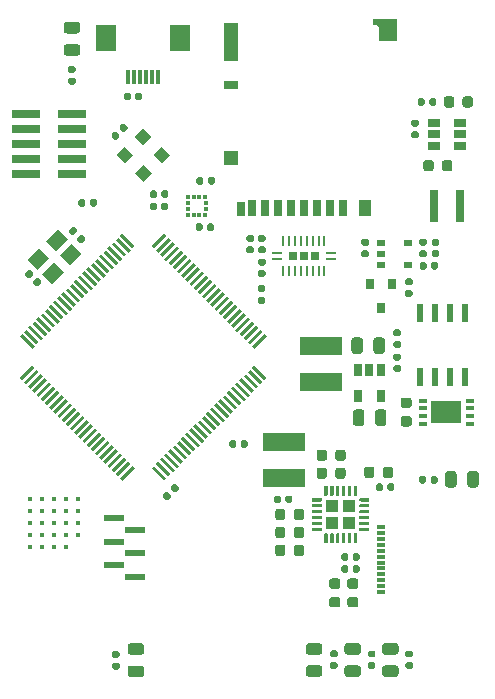
<source format=gbr>
%TF.GenerationSoftware,KiCad,Pcbnew,5.1.8+dfsg1-1~bpo10+1*%
%TF.CreationDate,2021-01-23T23:31:27+00:00*%
%TF.ProjectId,atlas,61746c61-732e-46b6-9963-61645f706362,rev?*%
%TF.SameCoordinates,Original*%
%TF.FileFunction,Paste,Top*%
%TF.FilePolarity,Positive*%
%FSLAX46Y46*%
G04 Gerber Fmt 4.6, Leading zero omitted, Abs format (unit mm)*
G04 Created by KiCad (PCBNEW 5.1.8+dfsg1-1~bpo10+1) date 2021-01-23 23:31:27*
%MOMM*%
%LPD*%
G01*
G04 APERTURE LIST*
%ADD10R,1.100000X1.100000*%
%ADD11C,0.100000*%
%ADD12R,1.750000X0.600000*%
%ADD13R,0.650000X1.060000*%
%ADD14R,0.800000X2.700000*%
%ADD15R,0.600000X1.550000*%
%ADD16R,2.400000X0.740000*%
%ADD17C,0.400000*%
%ADD18R,1.800000X2.200000*%
%ADD19R,0.300000X1.300000*%
%ADD20R,0.700000X0.300000*%
%ADD21R,2.560000X1.960000*%
%ADD22R,0.700000X0.350000*%
%ADD23R,1.200000X0.800000*%
%ADD24R,0.500000X0.500000*%
%ADD25R,0.700000X1.400000*%
%ADD26R,0.700000X1.200000*%
%ADD27R,1.200000X3.200000*%
%ADD28R,1.200000X1.200000*%
%ADD29R,1.000000X1.400000*%
%ADD30R,1.500000X1.900000*%
%ADD31R,3.600000X1.500000*%
%ADD32R,1.060000X0.650000*%
%ADD33R,0.700000X0.510000*%
%ADD34R,0.800000X0.800000*%
%ADD35R,0.240000X0.900000*%
%ADD36R,0.900000X0.240000*%
%ADD37R,0.375000X0.350000*%
%ADD38R,0.350000X0.375000*%
%ADD39R,0.800000X0.900000*%
G04 APERTURE END LIST*
D10*
%TO.C,U10*%
X205472699Y-127793034D03*
X205472699Y-126393034D03*
X204072699Y-126393034D03*
X204072699Y-127793034D03*
D11*
G36*
X203543241Y-128644549D02*
G01*
X203556716Y-128647230D01*
X203569864Y-128651218D01*
X203582557Y-128656475D01*
X203594673Y-128662952D01*
X203606097Y-128670585D01*
X203616717Y-128679301D01*
X203626432Y-128689016D01*
X203635148Y-128699636D01*
X203642781Y-128711060D01*
X203649258Y-128723176D01*
X203654515Y-128735869D01*
X203658503Y-128749017D01*
X203661184Y-128762492D01*
X203662530Y-128776165D01*
X203662530Y-128783034D01*
X203662699Y-128783034D01*
X203662699Y-129493034D01*
X203382699Y-129493034D01*
X203382699Y-128783034D01*
X203382868Y-128783034D01*
X203382868Y-128776165D01*
X203384214Y-128762492D01*
X203386895Y-128749017D01*
X203390883Y-128735869D01*
X203396140Y-128723176D01*
X203402617Y-128711060D01*
X203410250Y-128699636D01*
X203418966Y-128689016D01*
X203428681Y-128679301D01*
X203439301Y-128670585D01*
X203450725Y-128662952D01*
X203462841Y-128656475D01*
X203475534Y-128651218D01*
X203488682Y-128647230D01*
X203502157Y-128644549D01*
X203515830Y-128643203D01*
X203529568Y-128643203D01*
X203543241Y-128644549D01*
G37*
G36*
X204043241Y-128644549D02*
G01*
X204056716Y-128647230D01*
X204069864Y-128651218D01*
X204082557Y-128656475D01*
X204094673Y-128662952D01*
X204106097Y-128670585D01*
X204116717Y-128679301D01*
X204126432Y-128689016D01*
X204135148Y-128699636D01*
X204142781Y-128711060D01*
X204149258Y-128723176D01*
X204154515Y-128735869D01*
X204158503Y-128749017D01*
X204161184Y-128762492D01*
X204162530Y-128776165D01*
X204162530Y-128783034D01*
X204162699Y-128783034D01*
X204162699Y-129493034D01*
X203882699Y-129493034D01*
X203882699Y-128783034D01*
X203882868Y-128783034D01*
X203882868Y-128776165D01*
X203884214Y-128762492D01*
X203886895Y-128749017D01*
X203890883Y-128735869D01*
X203896140Y-128723176D01*
X203902617Y-128711060D01*
X203910250Y-128699636D01*
X203918966Y-128689016D01*
X203928681Y-128679301D01*
X203939301Y-128670585D01*
X203950725Y-128662952D01*
X203962841Y-128656475D01*
X203975534Y-128651218D01*
X203988682Y-128647230D01*
X204002157Y-128644549D01*
X204015830Y-128643203D01*
X204029568Y-128643203D01*
X204043241Y-128644549D01*
G37*
G36*
X204543241Y-128644549D02*
G01*
X204556716Y-128647230D01*
X204569864Y-128651218D01*
X204582557Y-128656475D01*
X204594673Y-128662952D01*
X204606097Y-128670585D01*
X204616717Y-128679301D01*
X204626432Y-128689016D01*
X204635148Y-128699636D01*
X204642781Y-128711060D01*
X204649258Y-128723176D01*
X204654515Y-128735869D01*
X204658503Y-128749017D01*
X204661184Y-128762492D01*
X204662530Y-128776165D01*
X204662530Y-128783034D01*
X204662699Y-128783034D01*
X204662699Y-129493034D01*
X204382699Y-129493034D01*
X204382699Y-128783034D01*
X204382868Y-128783034D01*
X204382868Y-128776165D01*
X204384214Y-128762492D01*
X204386895Y-128749017D01*
X204390883Y-128735869D01*
X204396140Y-128723176D01*
X204402617Y-128711060D01*
X204410250Y-128699636D01*
X204418966Y-128689016D01*
X204428681Y-128679301D01*
X204439301Y-128670585D01*
X204450725Y-128662952D01*
X204462841Y-128656475D01*
X204475534Y-128651218D01*
X204488682Y-128647230D01*
X204502157Y-128644549D01*
X204515830Y-128643203D01*
X204529568Y-128643203D01*
X204543241Y-128644549D01*
G37*
G36*
X205043241Y-128644549D02*
G01*
X205056716Y-128647230D01*
X205069864Y-128651218D01*
X205082557Y-128656475D01*
X205094673Y-128662952D01*
X205106097Y-128670585D01*
X205116717Y-128679301D01*
X205126432Y-128689016D01*
X205135148Y-128699636D01*
X205142781Y-128711060D01*
X205149258Y-128723176D01*
X205154515Y-128735869D01*
X205158503Y-128749017D01*
X205161184Y-128762492D01*
X205162530Y-128776165D01*
X205162530Y-128783034D01*
X205162699Y-128783034D01*
X205162699Y-129493034D01*
X204882699Y-129493034D01*
X204882699Y-128783034D01*
X204882868Y-128783034D01*
X204882868Y-128776165D01*
X204884214Y-128762492D01*
X204886895Y-128749017D01*
X204890883Y-128735869D01*
X204896140Y-128723176D01*
X204902617Y-128711060D01*
X204910250Y-128699636D01*
X204918966Y-128689016D01*
X204928681Y-128679301D01*
X204939301Y-128670585D01*
X204950725Y-128662952D01*
X204962841Y-128656475D01*
X204975534Y-128651218D01*
X204988682Y-128647230D01*
X205002157Y-128644549D01*
X205015830Y-128643203D01*
X205029568Y-128643203D01*
X205043241Y-128644549D01*
G37*
G36*
X205543241Y-128644549D02*
G01*
X205556716Y-128647230D01*
X205569864Y-128651218D01*
X205582557Y-128656475D01*
X205594673Y-128662952D01*
X205606097Y-128670585D01*
X205616717Y-128679301D01*
X205626432Y-128689016D01*
X205635148Y-128699636D01*
X205642781Y-128711060D01*
X205649258Y-128723176D01*
X205654515Y-128735869D01*
X205658503Y-128749017D01*
X205661184Y-128762492D01*
X205662530Y-128776165D01*
X205662530Y-128783034D01*
X205662699Y-128783034D01*
X205662699Y-129493034D01*
X205382699Y-129493034D01*
X205382699Y-128783034D01*
X205382868Y-128783034D01*
X205382868Y-128776165D01*
X205384214Y-128762492D01*
X205386895Y-128749017D01*
X205390883Y-128735869D01*
X205396140Y-128723176D01*
X205402617Y-128711060D01*
X205410250Y-128699636D01*
X205418966Y-128689016D01*
X205428681Y-128679301D01*
X205439301Y-128670585D01*
X205450725Y-128662952D01*
X205462841Y-128656475D01*
X205475534Y-128651218D01*
X205488682Y-128647230D01*
X205502157Y-128644549D01*
X205515830Y-128643203D01*
X205529568Y-128643203D01*
X205543241Y-128644549D01*
G37*
G36*
X206043241Y-128644549D02*
G01*
X206056716Y-128647230D01*
X206069864Y-128651218D01*
X206082557Y-128656475D01*
X206094673Y-128662952D01*
X206106097Y-128670585D01*
X206116717Y-128679301D01*
X206126432Y-128689016D01*
X206135148Y-128699636D01*
X206142781Y-128711060D01*
X206149258Y-128723176D01*
X206154515Y-128735869D01*
X206158503Y-128749017D01*
X206161184Y-128762492D01*
X206162530Y-128776165D01*
X206162530Y-128783034D01*
X206162699Y-128783034D01*
X206162699Y-129493034D01*
X205882699Y-129493034D01*
X205882699Y-128783034D01*
X205882868Y-128783034D01*
X205882868Y-128776165D01*
X205884214Y-128762492D01*
X205886895Y-128749017D01*
X205890883Y-128735869D01*
X205896140Y-128723176D01*
X205902617Y-128711060D01*
X205910250Y-128699636D01*
X205918966Y-128689016D01*
X205928681Y-128679301D01*
X205939301Y-128670585D01*
X205950725Y-128662952D01*
X205962841Y-128656475D01*
X205975534Y-128651218D01*
X205988682Y-128647230D01*
X206002157Y-128644549D01*
X206015830Y-128643203D01*
X206029568Y-128643203D01*
X206043241Y-128644549D01*
G37*
G36*
X206324214Y-128322492D02*
G01*
X206326895Y-128309017D01*
X206330883Y-128295869D01*
X206336140Y-128283176D01*
X206342617Y-128271060D01*
X206350250Y-128259636D01*
X206358966Y-128249016D01*
X206368681Y-128239301D01*
X206379301Y-128230585D01*
X206390725Y-128222952D01*
X206402841Y-128216475D01*
X206415534Y-128211218D01*
X206428682Y-128207230D01*
X206442157Y-128204549D01*
X206455830Y-128203203D01*
X206462699Y-128203203D01*
X206462699Y-128203034D01*
X207172699Y-128203034D01*
X207172699Y-128483034D01*
X206462699Y-128483034D01*
X206462699Y-128482865D01*
X206455830Y-128482865D01*
X206442157Y-128481519D01*
X206428682Y-128478838D01*
X206415534Y-128474850D01*
X206402841Y-128469593D01*
X206390725Y-128463116D01*
X206379301Y-128455483D01*
X206368681Y-128446767D01*
X206358966Y-128437052D01*
X206350250Y-128426432D01*
X206342617Y-128415008D01*
X206336140Y-128402892D01*
X206330883Y-128390199D01*
X206326895Y-128377051D01*
X206324214Y-128363576D01*
X206322868Y-128349903D01*
X206322868Y-128336165D01*
X206324214Y-128322492D01*
G37*
G36*
X206324214Y-127822492D02*
G01*
X206326895Y-127809017D01*
X206330883Y-127795869D01*
X206336140Y-127783176D01*
X206342617Y-127771060D01*
X206350250Y-127759636D01*
X206358966Y-127749016D01*
X206368681Y-127739301D01*
X206379301Y-127730585D01*
X206390725Y-127722952D01*
X206402841Y-127716475D01*
X206415534Y-127711218D01*
X206428682Y-127707230D01*
X206442157Y-127704549D01*
X206455830Y-127703203D01*
X206462699Y-127703203D01*
X206462699Y-127703034D01*
X207172699Y-127703034D01*
X207172699Y-127983034D01*
X206462699Y-127983034D01*
X206462699Y-127982865D01*
X206455830Y-127982865D01*
X206442157Y-127981519D01*
X206428682Y-127978838D01*
X206415534Y-127974850D01*
X206402841Y-127969593D01*
X206390725Y-127963116D01*
X206379301Y-127955483D01*
X206368681Y-127946767D01*
X206358966Y-127937052D01*
X206350250Y-127926432D01*
X206342617Y-127915008D01*
X206336140Y-127902892D01*
X206330883Y-127890199D01*
X206326895Y-127877051D01*
X206324214Y-127863576D01*
X206322868Y-127849903D01*
X206322868Y-127836165D01*
X206324214Y-127822492D01*
G37*
G36*
X206324214Y-127322492D02*
G01*
X206326895Y-127309017D01*
X206330883Y-127295869D01*
X206336140Y-127283176D01*
X206342617Y-127271060D01*
X206350250Y-127259636D01*
X206358966Y-127249016D01*
X206368681Y-127239301D01*
X206379301Y-127230585D01*
X206390725Y-127222952D01*
X206402841Y-127216475D01*
X206415534Y-127211218D01*
X206428682Y-127207230D01*
X206442157Y-127204549D01*
X206455830Y-127203203D01*
X206462699Y-127203203D01*
X206462699Y-127203034D01*
X207172699Y-127203034D01*
X207172699Y-127483034D01*
X206462699Y-127483034D01*
X206462699Y-127482865D01*
X206455830Y-127482865D01*
X206442157Y-127481519D01*
X206428682Y-127478838D01*
X206415534Y-127474850D01*
X206402841Y-127469593D01*
X206390725Y-127463116D01*
X206379301Y-127455483D01*
X206368681Y-127446767D01*
X206358966Y-127437052D01*
X206350250Y-127426432D01*
X206342617Y-127415008D01*
X206336140Y-127402892D01*
X206330883Y-127390199D01*
X206326895Y-127377051D01*
X206324214Y-127363576D01*
X206322868Y-127349903D01*
X206322868Y-127336165D01*
X206324214Y-127322492D01*
G37*
G36*
X206324214Y-126822492D02*
G01*
X206326895Y-126809017D01*
X206330883Y-126795869D01*
X206336140Y-126783176D01*
X206342617Y-126771060D01*
X206350250Y-126759636D01*
X206358966Y-126749016D01*
X206368681Y-126739301D01*
X206379301Y-126730585D01*
X206390725Y-126722952D01*
X206402841Y-126716475D01*
X206415534Y-126711218D01*
X206428682Y-126707230D01*
X206442157Y-126704549D01*
X206455830Y-126703203D01*
X206462699Y-126703203D01*
X206462699Y-126703034D01*
X207172699Y-126703034D01*
X207172699Y-126983034D01*
X206462699Y-126983034D01*
X206462699Y-126982865D01*
X206455830Y-126982865D01*
X206442157Y-126981519D01*
X206428682Y-126978838D01*
X206415534Y-126974850D01*
X206402841Y-126969593D01*
X206390725Y-126963116D01*
X206379301Y-126955483D01*
X206368681Y-126946767D01*
X206358966Y-126937052D01*
X206350250Y-126926432D01*
X206342617Y-126915008D01*
X206336140Y-126902892D01*
X206330883Y-126890199D01*
X206326895Y-126877051D01*
X206324214Y-126863576D01*
X206322868Y-126849903D01*
X206322868Y-126836165D01*
X206324214Y-126822492D01*
G37*
G36*
X206324214Y-126322492D02*
G01*
X206326895Y-126309017D01*
X206330883Y-126295869D01*
X206336140Y-126283176D01*
X206342617Y-126271060D01*
X206350250Y-126259636D01*
X206358966Y-126249016D01*
X206368681Y-126239301D01*
X206379301Y-126230585D01*
X206390725Y-126222952D01*
X206402841Y-126216475D01*
X206415534Y-126211218D01*
X206428682Y-126207230D01*
X206442157Y-126204549D01*
X206455830Y-126203203D01*
X206462699Y-126203203D01*
X206462699Y-126203034D01*
X207172699Y-126203034D01*
X207172699Y-126483034D01*
X206462699Y-126483034D01*
X206462699Y-126482865D01*
X206455830Y-126482865D01*
X206442157Y-126481519D01*
X206428682Y-126478838D01*
X206415534Y-126474850D01*
X206402841Y-126469593D01*
X206390725Y-126463116D01*
X206379301Y-126455483D01*
X206368681Y-126446767D01*
X206358966Y-126437052D01*
X206350250Y-126426432D01*
X206342617Y-126415008D01*
X206336140Y-126402892D01*
X206330883Y-126390199D01*
X206326895Y-126377051D01*
X206324214Y-126363576D01*
X206322868Y-126349903D01*
X206322868Y-126336165D01*
X206324214Y-126322492D01*
G37*
G36*
X206324214Y-125822492D02*
G01*
X206326895Y-125809017D01*
X206330883Y-125795869D01*
X206336140Y-125783176D01*
X206342617Y-125771060D01*
X206350250Y-125759636D01*
X206358966Y-125749016D01*
X206368681Y-125739301D01*
X206379301Y-125730585D01*
X206390725Y-125722952D01*
X206402841Y-125716475D01*
X206415534Y-125711218D01*
X206428682Y-125707230D01*
X206442157Y-125704549D01*
X206455830Y-125703203D01*
X206462699Y-125703203D01*
X206462699Y-125703034D01*
X207172699Y-125703034D01*
X207172699Y-125983034D01*
X206462699Y-125983034D01*
X206462699Y-125982865D01*
X206455830Y-125982865D01*
X206442157Y-125981519D01*
X206428682Y-125978838D01*
X206415534Y-125974850D01*
X206402841Y-125969593D01*
X206390725Y-125963116D01*
X206379301Y-125955483D01*
X206368681Y-125946767D01*
X206358966Y-125937052D01*
X206350250Y-125926432D01*
X206342617Y-125915008D01*
X206336140Y-125902892D01*
X206330883Y-125890199D01*
X206326895Y-125877051D01*
X206324214Y-125863576D01*
X206322868Y-125849903D01*
X206322868Y-125836165D01*
X206324214Y-125822492D01*
G37*
G36*
X206002157Y-125541519D02*
G01*
X205988682Y-125538838D01*
X205975534Y-125534850D01*
X205962841Y-125529593D01*
X205950725Y-125523116D01*
X205939301Y-125515483D01*
X205928681Y-125506767D01*
X205918966Y-125497052D01*
X205910250Y-125486432D01*
X205902617Y-125475008D01*
X205896140Y-125462892D01*
X205890883Y-125450199D01*
X205886895Y-125437051D01*
X205884214Y-125423576D01*
X205882868Y-125409903D01*
X205882868Y-125403034D01*
X205882699Y-125403034D01*
X205882699Y-124693034D01*
X206162699Y-124693034D01*
X206162699Y-125403034D01*
X206162530Y-125403034D01*
X206162530Y-125409903D01*
X206161184Y-125423576D01*
X206158503Y-125437051D01*
X206154515Y-125450199D01*
X206149258Y-125462892D01*
X206142781Y-125475008D01*
X206135148Y-125486432D01*
X206126432Y-125497052D01*
X206116717Y-125506767D01*
X206106097Y-125515483D01*
X206094673Y-125523116D01*
X206082557Y-125529593D01*
X206069864Y-125534850D01*
X206056716Y-125538838D01*
X206043241Y-125541519D01*
X206029568Y-125542865D01*
X206015830Y-125542865D01*
X206002157Y-125541519D01*
G37*
G36*
X205502157Y-125541519D02*
G01*
X205488682Y-125538838D01*
X205475534Y-125534850D01*
X205462841Y-125529593D01*
X205450725Y-125523116D01*
X205439301Y-125515483D01*
X205428681Y-125506767D01*
X205418966Y-125497052D01*
X205410250Y-125486432D01*
X205402617Y-125475008D01*
X205396140Y-125462892D01*
X205390883Y-125450199D01*
X205386895Y-125437051D01*
X205384214Y-125423576D01*
X205382868Y-125409903D01*
X205382868Y-125403034D01*
X205382699Y-125403034D01*
X205382699Y-124693034D01*
X205662699Y-124693034D01*
X205662699Y-125403034D01*
X205662530Y-125403034D01*
X205662530Y-125409903D01*
X205661184Y-125423576D01*
X205658503Y-125437051D01*
X205654515Y-125450199D01*
X205649258Y-125462892D01*
X205642781Y-125475008D01*
X205635148Y-125486432D01*
X205626432Y-125497052D01*
X205616717Y-125506767D01*
X205606097Y-125515483D01*
X205594673Y-125523116D01*
X205582557Y-125529593D01*
X205569864Y-125534850D01*
X205556716Y-125538838D01*
X205543241Y-125541519D01*
X205529568Y-125542865D01*
X205515830Y-125542865D01*
X205502157Y-125541519D01*
G37*
G36*
X205002157Y-125541519D02*
G01*
X204988682Y-125538838D01*
X204975534Y-125534850D01*
X204962841Y-125529593D01*
X204950725Y-125523116D01*
X204939301Y-125515483D01*
X204928681Y-125506767D01*
X204918966Y-125497052D01*
X204910250Y-125486432D01*
X204902617Y-125475008D01*
X204896140Y-125462892D01*
X204890883Y-125450199D01*
X204886895Y-125437051D01*
X204884214Y-125423576D01*
X204882868Y-125409903D01*
X204882868Y-125403034D01*
X204882699Y-125403034D01*
X204882699Y-124693034D01*
X205162699Y-124693034D01*
X205162699Y-125403034D01*
X205162530Y-125403034D01*
X205162530Y-125409903D01*
X205161184Y-125423576D01*
X205158503Y-125437051D01*
X205154515Y-125450199D01*
X205149258Y-125462892D01*
X205142781Y-125475008D01*
X205135148Y-125486432D01*
X205126432Y-125497052D01*
X205116717Y-125506767D01*
X205106097Y-125515483D01*
X205094673Y-125523116D01*
X205082557Y-125529593D01*
X205069864Y-125534850D01*
X205056716Y-125538838D01*
X205043241Y-125541519D01*
X205029568Y-125542865D01*
X205015830Y-125542865D01*
X205002157Y-125541519D01*
G37*
G36*
X204502157Y-125541519D02*
G01*
X204488682Y-125538838D01*
X204475534Y-125534850D01*
X204462841Y-125529593D01*
X204450725Y-125523116D01*
X204439301Y-125515483D01*
X204428681Y-125506767D01*
X204418966Y-125497052D01*
X204410250Y-125486432D01*
X204402617Y-125475008D01*
X204396140Y-125462892D01*
X204390883Y-125450199D01*
X204386895Y-125437051D01*
X204384214Y-125423576D01*
X204382868Y-125409903D01*
X204382868Y-125403034D01*
X204382699Y-125403034D01*
X204382699Y-124693034D01*
X204662699Y-124693034D01*
X204662699Y-125403034D01*
X204662530Y-125403034D01*
X204662530Y-125409903D01*
X204661184Y-125423576D01*
X204658503Y-125437051D01*
X204654515Y-125450199D01*
X204649258Y-125462892D01*
X204642781Y-125475008D01*
X204635148Y-125486432D01*
X204626432Y-125497052D01*
X204616717Y-125506767D01*
X204606097Y-125515483D01*
X204594673Y-125523116D01*
X204582557Y-125529593D01*
X204569864Y-125534850D01*
X204556716Y-125538838D01*
X204543241Y-125541519D01*
X204529568Y-125542865D01*
X204515830Y-125542865D01*
X204502157Y-125541519D01*
G37*
G36*
X204002157Y-125541519D02*
G01*
X203988682Y-125538838D01*
X203975534Y-125534850D01*
X203962841Y-125529593D01*
X203950725Y-125523116D01*
X203939301Y-125515483D01*
X203928681Y-125506767D01*
X203918966Y-125497052D01*
X203910250Y-125486432D01*
X203902617Y-125475008D01*
X203896140Y-125462892D01*
X203890883Y-125450199D01*
X203886895Y-125437051D01*
X203884214Y-125423576D01*
X203882868Y-125409903D01*
X203882868Y-125403034D01*
X203882699Y-125403034D01*
X203882699Y-124693034D01*
X204162699Y-124693034D01*
X204162699Y-125403034D01*
X204162530Y-125403034D01*
X204162530Y-125409903D01*
X204161184Y-125423576D01*
X204158503Y-125437051D01*
X204154515Y-125450199D01*
X204149258Y-125462892D01*
X204142781Y-125475008D01*
X204135148Y-125486432D01*
X204126432Y-125497052D01*
X204116717Y-125506767D01*
X204106097Y-125515483D01*
X204094673Y-125523116D01*
X204082557Y-125529593D01*
X204069864Y-125534850D01*
X204056716Y-125538838D01*
X204043241Y-125541519D01*
X204029568Y-125542865D01*
X204015830Y-125542865D01*
X204002157Y-125541519D01*
G37*
G36*
X203502157Y-125541519D02*
G01*
X203488682Y-125538838D01*
X203475534Y-125534850D01*
X203462841Y-125529593D01*
X203450725Y-125523116D01*
X203439301Y-125515483D01*
X203428681Y-125506767D01*
X203418966Y-125497052D01*
X203410250Y-125486432D01*
X203402617Y-125475008D01*
X203396140Y-125462892D01*
X203390883Y-125450199D01*
X203386895Y-125437051D01*
X203384214Y-125423576D01*
X203382868Y-125409903D01*
X203382868Y-125403034D01*
X203382699Y-125403034D01*
X203382699Y-124693034D01*
X203662699Y-124693034D01*
X203662699Y-125403034D01*
X203662530Y-125403034D01*
X203662530Y-125409903D01*
X203661184Y-125423576D01*
X203658503Y-125437051D01*
X203654515Y-125450199D01*
X203649258Y-125462892D01*
X203642781Y-125475008D01*
X203635148Y-125486432D01*
X203626432Y-125497052D01*
X203616717Y-125506767D01*
X203606097Y-125515483D01*
X203594673Y-125523116D01*
X203582557Y-125529593D01*
X203569864Y-125534850D01*
X203556716Y-125538838D01*
X203543241Y-125541519D01*
X203529568Y-125542865D01*
X203515830Y-125542865D01*
X203502157Y-125541519D01*
G37*
G36*
X203221184Y-125863576D02*
G01*
X203218503Y-125877051D01*
X203214515Y-125890199D01*
X203209258Y-125902892D01*
X203202781Y-125915008D01*
X203195148Y-125926432D01*
X203186432Y-125937052D01*
X203176717Y-125946767D01*
X203166097Y-125955483D01*
X203154673Y-125963116D01*
X203142557Y-125969593D01*
X203129864Y-125974850D01*
X203116716Y-125978838D01*
X203103241Y-125981519D01*
X203089568Y-125982865D01*
X203082699Y-125982865D01*
X203082699Y-125983034D01*
X202372699Y-125983034D01*
X202372699Y-125703034D01*
X203082699Y-125703034D01*
X203082699Y-125703203D01*
X203089568Y-125703203D01*
X203103241Y-125704549D01*
X203116716Y-125707230D01*
X203129864Y-125711218D01*
X203142557Y-125716475D01*
X203154673Y-125722952D01*
X203166097Y-125730585D01*
X203176717Y-125739301D01*
X203186432Y-125749016D01*
X203195148Y-125759636D01*
X203202781Y-125771060D01*
X203209258Y-125783176D01*
X203214515Y-125795869D01*
X203218503Y-125809017D01*
X203221184Y-125822492D01*
X203222530Y-125836165D01*
X203222530Y-125849903D01*
X203221184Y-125863576D01*
G37*
G36*
X203221184Y-126363576D02*
G01*
X203218503Y-126377051D01*
X203214515Y-126390199D01*
X203209258Y-126402892D01*
X203202781Y-126415008D01*
X203195148Y-126426432D01*
X203186432Y-126437052D01*
X203176717Y-126446767D01*
X203166097Y-126455483D01*
X203154673Y-126463116D01*
X203142557Y-126469593D01*
X203129864Y-126474850D01*
X203116716Y-126478838D01*
X203103241Y-126481519D01*
X203089568Y-126482865D01*
X203082699Y-126482865D01*
X203082699Y-126483034D01*
X202372699Y-126483034D01*
X202372699Y-126203034D01*
X203082699Y-126203034D01*
X203082699Y-126203203D01*
X203089568Y-126203203D01*
X203103241Y-126204549D01*
X203116716Y-126207230D01*
X203129864Y-126211218D01*
X203142557Y-126216475D01*
X203154673Y-126222952D01*
X203166097Y-126230585D01*
X203176717Y-126239301D01*
X203186432Y-126249016D01*
X203195148Y-126259636D01*
X203202781Y-126271060D01*
X203209258Y-126283176D01*
X203214515Y-126295869D01*
X203218503Y-126309017D01*
X203221184Y-126322492D01*
X203222530Y-126336165D01*
X203222530Y-126349903D01*
X203221184Y-126363576D01*
G37*
G36*
X203221184Y-126863576D02*
G01*
X203218503Y-126877051D01*
X203214515Y-126890199D01*
X203209258Y-126902892D01*
X203202781Y-126915008D01*
X203195148Y-126926432D01*
X203186432Y-126937052D01*
X203176717Y-126946767D01*
X203166097Y-126955483D01*
X203154673Y-126963116D01*
X203142557Y-126969593D01*
X203129864Y-126974850D01*
X203116716Y-126978838D01*
X203103241Y-126981519D01*
X203089568Y-126982865D01*
X203082699Y-126982865D01*
X203082699Y-126983034D01*
X202372699Y-126983034D01*
X202372699Y-126703034D01*
X203082699Y-126703034D01*
X203082699Y-126703203D01*
X203089568Y-126703203D01*
X203103241Y-126704549D01*
X203116716Y-126707230D01*
X203129864Y-126711218D01*
X203142557Y-126716475D01*
X203154673Y-126722952D01*
X203166097Y-126730585D01*
X203176717Y-126739301D01*
X203186432Y-126749016D01*
X203195148Y-126759636D01*
X203202781Y-126771060D01*
X203209258Y-126783176D01*
X203214515Y-126795869D01*
X203218503Y-126809017D01*
X203221184Y-126822492D01*
X203222530Y-126836165D01*
X203222530Y-126849903D01*
X203221184Y-126863576D01*
G37*
G36*
X203221184Y-127363576D02*
G01*
X203218503Y-127377051D01*
X203214515Y-127390199D01*
X203209258Y-127402892D01*
X203202781Y-127415008D01*
X203195148Y-127426432D01*
X203186432Y-127437052D01*
X203176717Y-127446767D01*
X203166097Y-127455483D01*
X203154673Y-127463116D01*
X203142557Y-127469593D01*
X203129864Y-127474850D01*
X203116716Y-127478838D01*
X203103241Y-127481519D01*
X203089568Y-127482865D01*
X203082699Y-127482865D01*
X203082699Y-127483034D01*
X202372699Y-127483034D01*
X202372699Y-127203034D01*
X203082699Y-127203034D01*
X203082699Y-127203203D01*
X203089568Y-127203203D01*
X203103241Y-127204549D01*
X203116716Y-127207230D01*
X203129864Y-127211218D01*
X203142557Y-127216475D01*
X203154673Y-127222952D01*
X203166097Y-127230585D01*
X203176717Y-127239301D01*
X203186432Y-127249016D01*
X203195148Y-127259636D01*
X203202781Y-127271060D01*
X203209258Y-127283176D01*
X203214515Y-127295869D01*
X203218503Y-127309017D01*
X203221184Y-127322492D01*
X203222530Y-127336165D01*
X203222530Y-127349903D01*
X203221184Y-127363576D01*
G37*
G36*
X203221184Y-127863576D02*
G01*
X203218503Y-127877051D01*
X203214515Y-127890199D01*
X203209258Y-127902892D01*
X203202781Y-127915008D01*
X203195148Y-127926432D01*
X203186432Y-127937052D01*
X203176717Y-127946767D01*
X203166097Y-127955483D01*
X203154673Y-127963116D01*
X203142557Y-127969593D01*
X203129864Y-127974850D01*
X203116716Y-127978838D01*
X203103241Y-127981519D01*
X203089568Y-127982865D01*
X203082699Y-127982865D01*
X203082699Y-127983034D01*
X202372699Y-127983034D01*
X202372699Y-127703034D01*
X203082699Y-127703034D01*
X203082699Y-127703203D01*
X203089568Y-127703203D01*
X203103241Y-127704549D01*
X203116716Y-127707230D01*
X203129864Y-127711218D01*
X203142557Y-127716475D01*
X203154673Y-127722952D01*
X203166097Y-127730585D01*
X203176717Y-127739301D01*
X203186432Y-127749016D01*
X203195148Y-127759636D01*
X203202781Y-127771060D01*
X203209258Y-127783176D01*
X203214515Y-127795869D01*
X203218503Y-127809017D01*
X203221184Y-127822492D01*
X203222530Y-127836165D01*
X203222530Y-127849903D01*
X203221184Y-127863576D01*
G37*
G36*
X203221184Y-128363576D02*
G01*
X203218503Y-128377051D01*
X203214515Y-128390199D01*
X203209258Y-128402892D01*
X203202781Y-128415008D01*
X203195148Y-128426432D01*
X203186432Y-128437052D01*
X203176717Y-128446767D01*
X203166097Y-128455483D01*
X203154673Y-128463116D01*
X203142557Y-128469593D01*
X203129864Y-128474850D01*
X203116716Y-128478838D01*
X203103241Y-128481519D01*
X203089568Y-128482865D01*
X203082699Y-128482865D01*
X203082699Y-128483034D01*
X202372699Y-128483034D01*
X202372699Y-128203034D01*
X203082699Y-128203034D01*
X203082699Y-128203203D01*
X203089568Y-128203203D01*
X203103241Y-128204549D01*
X203116716Y-128207230D01*
X203129864Y-128211218D01*
X203142557Y-128216475D01*
X203154673Y-128222952D01*
X203166097Y-128230585D01*
X203176717Y-128239301D01*
X203186432Y-128249016D01*
X203195148Y-128259636D01*
X203202781Y-128271060D01*
X203209258Y-128283176D01*
X203214515Y-128295869D01*
X203218503Y-128309017D01*
X203221184Y-128322492D01*
X203222530Y-128336165D01*
X203222530Y-128349903D01*
X203221184Y-128363576D01*
G37*
%TD*%
D12*
%TO.C,J11*%
X185586400Y-127370200D03*
X185586400Y-129370200D03*
X185586400Y-131370200D03*
X187336400Y-128370200D03*
X187336400Y-130370200D03*
X187336400Y-132370200D03*
%TD*%
%TO.C,C13*%
G36*
G01*
X207548000Y-113246250D02*
X207548000Y-112333750D01*
G75*
G02*
X207791750Y-112090000I243750J0D01*
G01*
X208279250Y-112090000D01*
G75*
G02*
X208523000Y-112333750I0J-243750D01*
G01*
X208523000Y-113246250D01*
G75*
G02*
X208279250Y-113490000I-243750J0D01*
G01*
X207791750Y-113490000D01*
G75*
G02*
X207548000Y-113246250I0J243750D01*
G01*
G37*
G36*
G01*
X205673000Y-113246250D02*
X205673000Y-112333750D01*
G75*
G02*
X205916750Y-112090000I243750J0D01*
G01*
X206404250Y-112090000D01*
G75*
G02*
X206648000Y-112333750I0J-243750D01*
G01*
X206648000Y-113246250D01*
G75*
G02*
X206404250Y-113490000I-243750J0D01*
G01*
X205916750Y-113490000D01*
G75*
G02*
X205673000Y-113246250I0J243750D01*
G01*
G37*
%TD*%
%TO.C,C7*%
G36*
G01*
X207673000Y-119346250D02*
X207673000Y-118433750D01*
G75*
G02*
X207916750Y-118190000I243750J0D01*
G01*
X208404250Y-118190000D01*
G75*
G02*
X208648000Y-118433750I0J-243750D01*
G01*
X208648000Y-119346250D01*
G75*
G02*
X208404250Y-119590000I-243750J0D01*
G01*
X207916750Y-119590000D01*
G75*
G02*
X207673000Y-119346250I0J243750D01*
G01*
G37*
G36*
G01*
X205798000Y-119346250D02*
X205798000Y-118433750D01*
G75*
G02*
X206041750Y-118190000I243750J0D01*
G01*
X206529250Y-118190000D01*
G75*
G02*
X206773000Y-118433750I0J-243750D01*
G01*
X206773000Y-119346250D01*
G75*
G02*
X206529250Y-119590000I-243750J0D01*
G01*
X206041750Y-119590000D01*
G75*
G02*
X205798000Y-119346250I0J243750D01*
G01*
G37*
%TD*%
D13*
%TO.C,U4*%
X208148000Y-117015000D03*
X206248000Y-117015000D03*
X206248000Y-114815000D03*
X207198000Y-114815000D03*
X208148000Y-114815000D03*
%TD*%
D14*
%TO.C,L9*%
X214872000Y-100950000D03*
X212672000Y-100950000D03*
%TD*%
D11*
%TO.C,U1*%
G36*
X186077172Y-103488881D02*
G01*
X186275162Y-103290891D01*
X187335822Y-104351551D01*
X187137832Y-104549541D01*
X186077172Y-103488881D01*
G37*
G36*
X185723619Y-103842434D02*
G01*
X185921609Y-103644444D01*
X186982269Y-104705104D01*
X186784279Y-104903094D01*
X185723619Y-103842434D01*
G37*
G36*
X185370065Y-104195988D02*
G01*
X185568055Y-103997998D01*
X186628715Y-105058658D01*
X186430725Y-105256648D01*
X185370065Y-104195988D01*
G37*
G36*
X185016512Y-104549541D02*
G01*
X185214502Y-104351551D01*
X186275162Y-105412211D01*
X186077172Y-105610201D01*
X185016512Y-104549541D01*
G37*
G36*
X184662959Y-104903094D02*
G01*
X184860949Y-104705104D01*
X185921609Y-105765764D01*
X185723619Y-105963754D01*
X184662959Y-104903094D01*
G37*
G36*
X184309405Y-105256648D02*
G01*
X184507395Y-105058658D01*
X185568055Y-106119318D01*
X185370065Y-106317308D01*
X184309405Y-105256648D01*
G37*
G36*
X183955852Y-105610201D02*
G01*
X184153842Y-105412211D01*
X185214502Y-106472871D01*
X185016512Y-106670861D01*
X183955852Y-105610201D01*
G37*
G36*
X183602298Y-105963754D02*
G01*
X183800288Y-105765764D01*
X184860948Y-106826424D01*
X184662958Y-107024414D01*
X183602298Y-105963754D01*
G37*
G36*
X183248745Y-106317308D02*
G01*
X183446735Y-106119318D01*
X184507395Y-107179978D01*
X184309405Y-107377968D01*
X183248745Y-106317308D01*
G37*
G36*
X182895192Y-106670861D02*
G01*
X183093182Y-106472871D01*
X184153842Y-107533531D01*
X183955852Y-107731521D01*
X182895192Y-106670861D01*
G37*
G36*
X182541638Y-107024415D02*
G01*
X182739628Y-106826425D01*
X183800288Y-107887085D01*
X183602298Y-108085075D01*
X182541638Y-107024415D01*
G37*
G36*
X182188085Y-107377968D02*
G01*
X182386075Y-107179978D01*
X183446735Y-108240638D01*
X183248745Y-108438628D01*
X182188085Y-107377968D01*
G37*
G36*
X181834531Y-107731521D02*
G01*
X182032521Y-107533531D01*
X183093181Y-108594191D01*
X182895191Y-108792181D01*
X181834531Y-107731521D01*
G37*
G36*
X181480978Y-108085075D02*
G01*
X181678968Y-107887085D01*
X182739628Y-108947745D01*
X182541638Y-109145735D01*
X181480978Y-108085075D01*
G37*
G36*
X181127425Y-108438628D02*
G01*
X181325415Y-108240638D01*
X182386075Y-109301298D01*
X182188085Y-109499288D01*
X181127425Y-108438628D01*
G37*
G36*
X180773871Y-108792182D02*
G01*
X180971861Y-108594192D01*
X182032521Y-109654852D01*
X181834531Y-109852842D01*
X180773871Y-108792182D01*
G37*
G36*
X180420318Y-109145735D02*
G01*
X180618308Y-108947745D01*
X181678968Y-110008405D01*
X181480978Y-110206395D01*
X180420318Y-109145735D01*
G37*
G36*
X180066764Y-109499288D02*
G01*
X180264754Y-109301298D01*
X181325414Y-110361958D01*
X181127424Y-110559948D01*
X180066764Y-109499288D01*
G37*
G36*
X179713211Y-109852842D02*
G01*
X179911201Y-109654852D01*
X180971861Y-110715512D01*
X180773871Y-110913502D01*
X179713211Y-109852842D01*
G37*
G36*
X179359658Y-110206395D02*
G01*
X179557648Y-110008405D01*
X180618308Y-111069065D01*
X180420318Y-111267055D01*
X179359658Y-110206395D01*
G37*
G36*
X179006104Y-110559949D02*
G01*
X179204094Y-110361959D01*
X180264754Y-111422619D01*
X180066764Y-111620609D01*
X179006104Y-110559949D01*
G37*
G36*
X178652551Y-110913502D02*
G01*
X178850541Y-110715512D01*
X179911201Y-111776172D01*
X179713211Y-111974162D01*
X178652551Y-110913502D01*
G37*
G36*
X178298998Y-111267055D02*
G01*
X178496988Y-111069065D01*
X179557648Y-112129725D01*
X179359658Y-112327715D01*
X178298998Y-111267055D01*
G37*
G36*
X177945444Y-111620609D02*
G01*
X178143434Y-111422619D01*
X179204094Y-112483279D01*
X179006104Y-112681269D01*
X177945444Y-111620609D01*
G37*
G36*
X177591891Y-111974162D02*
G01*
X177789881Y-111776172D01*
X178850541Y-112836832D01*
X178652551Y-113034822D01*
X177591891Y-111974162D01*
G37*
G36*
X177789881Y-115721828D02*
G01*
X177591891Y-115523838D01*
X178652551Y-114463178D01*
X178850541Y-114661168D01*
X177789881Y-115721828D01*
G37*
G36*
X178143434Y-116075381D02*
G01*
X177945444Y-115877391D01*
X179006104Y-114816731D01*
X179204094Y-115014721D01*
X178143434Y-116075381D01*
G37*
G36*
X178496988Y-116428935D02*
G01*
X178298998Y-116230945D01*
X179359658Y-115170285D01*
X179557648Y-115368275D01*
X178496988Y-116428935D01*
G37*
G36*
X178850541Y-116782488D02*
G01*
X178652551Y-116584498D01*
X179713211Y-115523838D01*
X179911201Y-115721828D01*
X178850541Y-116782488D01*
G37*
G36*
X179204094Y-117136041D02*
G01*
X179006104Y-116938051D01*
X180066764Y-115877391D01*
X180264754Y-116075381D01*
X179204094Y-117136041D01*
G37*
G36*
X179557648Y-117489595D02*
G01*
X179359658Y-117291605D01*
X180420318Y-116230945D01*
X180618308Y-116428935D01*
X179557648Y-117489595D01*
G37*
G36*
X179911201Y-117843148D02*
G01*
X179713211Y-117645158D01*
X180773871Y-116584498D01*
X180971861Y-116782488D01*
X179911201Y-117843148D01*
G37*
G36*
X180264754Y-118196702D02*
G01*
X180066764Y-117998712D01*
X181127424Y-116938052D01*
X181325414Y-117136042D01*
X180264754Y-118196702D01*
G37*
G36*
X180618308Y-118550255D02*
G01*
X180420318Y-118352265D01*
X181480978Y-117291605D01*
X181678968Y-117489595D01*
X180618308Y-118550255D01*
G37*
G36*
X180971861Y-118903808D02*
G01*
X180773871Y-118705818D01*
X181834531Y-117645158D01*
X182032521Y-117843148D01*
X180971861Y-118903808D01*
G37*
G36*
X181325415Y-119257362D02*
G01*
X181127425Y-119059372D01*
X182188085Y-117998712D01*
X182386075Y-118196702D01*
X181325415Y-119257362D01*
G37*
G36*
X181678968Y-119610915D02*
G01*
X181480978Y-119412925D01*
X182541638Y-118352265D01*
X182739628Y-118550255D01*
X181678968Y-119610915D01*
G37*
G36*
X182032521Y-119964469D02*
G01*
X181834531Y-119766479D01*
X182895191Y-118705819D01*
X183093181Y-118903809D01*
X182032521Y-119964469D01*
G37*
G36*
X182386075Y-120318022D02*
G01*
X182188085Y-120120032D01*
X183248745Y-119059372D01*
X183446735Y-119257362D01*
X182386075Y-120318022D01*
G37*
G36*
X182739628Y-120671575D02*
G01*
X182541638Y-120473585D01*
X183602298Y-119412925D01*
X183800288Y-119610915D01*
X182739628Y-120671575D01*
G37*
G36*
X183093182Y-121025129D02*
G01*
X182895192Y-120827139D01*
X183955852Y-119766479D01*
X184153842Y-119964469D01*
X183093182Y-121025129D01*
G37*
G36*
X183446735Y-121378682D02*
G01*
X183248745Y-121180692D01*
X184309405Y-120120032D01*
X184507395Y-120318022D01*
X183446735Y-121378682D01*
G37*
G36*
X183800288Y-121732236D02*
G01*
X183602298Y-121534246D01*
X184662958Y-120473586D01*
X184860948Y-120671576D01*
X183800288Y-121732236D01*
G37*
G36*
X184153842Y-122085789D02*
G01*
X183955852Y-121887799D01*
X185016512Y-120827139D01*
X185214502Y-121025129D01*
X184153842Y-122085789D01*
G37*
G36*
X184507395Y-122439342D02*
G01*
X184309405Y-122241352D01*
X185370065Y-121180692D01*
X185568055Y-121378682D01*
X184507395Y-122439342D01*
G37*
G36*
X184860949Y-122792896D02*
G01*
X184662959Y-122594906D01*
X185723619Y-121534246D01*
X185921609Y-121732236D01*
X184860949Y-122792896D01*
G37*
G36*
X185214502Y-123146449D02*
G01*
X185016512Y-122948459D01*
X186077172Y-121887799D01*
X186275162Y-122085789D01*
X185214502Y-123146449D01*
G37*
G36*
X185568055Y-123500002D02*
G01*
X185370065Y-123302012D01*
X186430725Y-122241352D01*
X186628715Y-122439342D01*
X185568055Y-123500002D01*
G37*
G36*
X185921609Y-123853556D02*
G01*
X185723619Y-123655566D01*
X186784279Y-122594906D01*
X186982269Y-122792896D01*
X185921609Y-123853556D01*
G37*
G36*
X186275162Y-124207109D02*
G01*
X186077172Y-124009119D01*
X187137832Y-122948459D01*
X187335822Y-123146449D01*
X186275162Y-124207109D01*
G37*
G36*
X188764178Y-123146449D02*
G01*
X188962168Y-122948459D01*
X190022828Y-124009119D01*
X189824838Y-124207109D01*
X188764178Y-123146449D01*
G37*
G36*
X189117731Y-122792896D02*
G01*
X189315721Y-122594906D01*
X190376381Y-123655566D01*
X190178391Y-123853556D01*
X189117731Y-122792896D01*
G37*
G36*
X189471285Y-122439342D02*
G01*
X189669275Y-122241352D01*
X190729935Y-123302012D01*
X190531945Y-123500002D01*
X189471285Y-122439342D01*
G37*
G36*
X189824838Y-122085789D02*
G01*
X190022828Y-121887799D01*
X191083488Y-122948459D01*
X190885498Y-123146449D01*
X189824838Y-122085789D01*
G37*
G36*
X190178391Y-121732236D02*
G01*
X190376381Y-121534246D01*
X191437041Y-122594906D01*
X191239051Y-122792896D01*
X190178391Y-121732236D01*
G37*
G36*
X190531945Y-121378682D02*
G01*
X190729935Y-121180692D01*
X191790595Y-122241352D01*
X191592605Y-122439342D01*
X190531945Y-121378682D01*
G37*
G36*
X190885498Y-121025129D02*
G01*
X191083488Y-120827139D01*
X192144148Y-121887799D01*
X191946158Y-122085789D01*
X190885498Y-121025129D01*
G37*
G36*
X191239052Y-120671576D02*
G01*
X191437042Y-120473586D01*
X192497702Y-121534246D01*
X192299712Y-121732236D01*
X191239052Y-120671576D01*
G37*
G36*
X191592605Y-120318022D02*
G01*
X191790595Y-120120032D01*
X192851255Y-121180692D01*
X192653265Y-121378682D01*
X191592605Y-120318022D01*
G37*
G36*
X191946158Y-119964469D02*
G01*
X192144148Y-119766479D01*
X193204808Y-120827139D01*
X193006818Y-121025129D01*
X191946158Y-119964469D01*
G37*
G36*
X192299712Y-119610915D02*
G01*
X192497702Y-119412925D01*
X193558362Y-120473585D01*
X193360372Y-120671575D01*
X192299712Y-119610915D01*
G37*
G36*
X192653265Y-119257362D02*
G01*
X192851255Y-119059372D01*
X193911915Y-120120032D01*
X193713925Y-120318022D01*
X192653265Y-119257362D01*
G37*
G36*
X193006819Y-118903809D02*
G01*
X193204809Y-118705819D01*
X194265469Y-119766479D01*
X194067479Y-119964469D01*
X193006819Y-118903809D01*
G37*
G36*
X193360372Y-118550255D02*
G01*
X193558362Y-118352265D01*
X194619022Y-119412925D01*
X194421032Y-119610915D01*
X193360372Y-118550255D01*
G37*
G36*
X193713925Y-118196702D02*
G01*
X193911915Y-117998712D01*
X194972575Y-119059372D01*
X194774585Y-119257362D01*
X193713925Y-118196702D01*
G37*
G36*
X194067479Y-117843148D02*
G01*
X194265469Y-117645158D01*
X195326129Y-118705818D01*
X195128139Y-118903808D01*
X194067479Y-117843148D01*
G37*
G36*
X194421032Y-117489595D02*
G01*
X194619022Y-117291605D01*
X195679682Y-118352265D01*
X195481692Y-118550255D01*
X194421032Y-117489595D01*
G37*
G36*
X194774586Y-117136042D02*
G01*
X194972576Y-116938052D01*
X196033236Y-117998712D01*
X195835246Y-118196702D01*
X194774586Y-117136042D01*
G37*
G36*
X195128139Y-116782488D02*
G01*
X195326129Y-116584498D01*
X196386789Y-117645158D01*
X196188799Y-117843148D01*
X195128139Y-116782488D01*
G37*
G36*
X195481692Y-116428935D02*
G01*
X195679682Y-116230945D01*
X196740342Y-117291605D01*
X196542352Y-117489595D01*
X195481692Y-116428935D01*
G37*
G36*
X195835246Y-116075381D02*
G01*
X196033236Y-115877391D01*
X197093896Y-116938051D01*
X196895906Y-117136041D01*
X195835246Y-116075381D01*
G37*
G36*
X196188799Y-115721828D02*
G01*
X196386789Y-115523838D01*
X197447449Y-116584498D01*
X197249459Y-116782488D01*
X196188799Y-115721828D01*
G37*
G36*
X196542352Y-115368275D02*
G01*
X196740342Y-115170285D01*
X197801002Y-116230945D01*
X197603012Y-116428935D01*
X196542352Y-115368275D01*
G37*
G36*
X196895906Y-115014721D02*
G01*
X197093896Y-114816731D01*
X198154556Y-115877391D01*
X197956566Y-116075381D01*
X196895906Y-115014721D01*
G37*
G36*
X197249459Y-114661168D02*
G01*
X197447449Y-114463178D01*
X198508109Y-115523838D01*
X198310119Y-115721828D01*
X197249459Y-114661168D01*
G37*
G36*
X197447449Y-113034822D02*
G01*
X197249459Y-112836832D01*
X198310119Y-111776172D01*
X198508109Y-111974162D01*
X197447449Y-113034822D01*
G37*
G36*
X197093896Y-112681269D02*
G01*
X196895906Y-112483279D01*
X197956566Y-111422619D01*
X198154556Y-111620609D01*
X197093896Y-112681269D01*
G37*
G36*
X196740342Y-112327715D02*
G01*
X196542352Y-112129725D01*
X197603012Y-111069065D01*
X197801002Y-111267055D01*
X196740342Y-112327715D01*
G37*
G36*
X196386789Y-111974162D02*
G01*
X196188799Y-111776172D01*
X197249459Y-110715512D01*
X197447449Y-110913502D01*
X196386789Y-111974162D01*
G37*
G36*
X196033236Y-111620609D02*
G01*
X195835246Y-111422619D01*
X196895906Y-110361959D01*
X197093896Y-110559949D01*
X196033236Y-111620609D01*
G37*
G36*
X195679682Y-111267055D02*
G01*
X195481692Y-111069065D01*
X196542352Y-110008405D01*
X196740342Y-110206395D01*
X195679682Y-111267055D01*
G37*
G36*
X195326129Y-110913502D02*
G01*
X195128139Y-110715512D01*
X196188799Y-109654852D01*
X196386789Y-109852842D01*
X195326129Y-110913502D01*
G37*
G36*
X194972576Y-110559948D02*
G01*
X194774586Y-110361958D01*
X195835246Y-109301298D01*
X196033236Y-109499288D01*
X194972576Y-110559948D01*
G37*
G36*
X194619022Y-110206395D02*
G01*
X194421032Y-110008405D01*
X195481692Y-108947745D01*
X195679682Y-109145735D01*
X194619022Y-110206395D01*
G37*
G36*
X194265469Y-109852842D02*
G01*
X194067479Y-109654852D01*
X195128139Y-108594192D01*
X195326129Y-108792182D01*
X194265469Y-109852842D01*
G37*
G36*
X193911915Y-109499288D02*
G01*
X193713925Y-109301298D01*
X194774585Y-108240638D01*
X194972575Y-108438628D01*
X193911915Y-109499288D01*
G37*
G36*
X193558362Y-109145735D02*
G01*
X193360372Y-108947745D01*
X194421032Y-107887085D01*
X194619022Y-108085075D01*
X193558362Y-109145735D01*
G37*
G36*
X193204809Y-108792181D02*
G01*
X193006819Y-108594191D01*
X194067479Y-107533531D01*
X194265469Y-107731521D01*
X193204809Y-108792181D01*
G37*
G36*
X192851255Y-108438628D02*
G01*
X192653265Y-108240638D01*
X193713925Y-107179978D01*
X193911915Y-107377968D01*
X192851255Y-108438628D01*
G37*
G36*
X192497702Y-108085075D02*
G01*
X192299712Y-107887085D01*
X193360372Y-106826425D01*
X193558362Y-107024415D01*
X192497702Y-108085075D01*
G37*
G36*
X192144148Y-107731521D02*
G01*
X191946158Y-107533531D01*
X193006818Y-106472871D01*
X193204808Y-106670861D01*
X192144148Y-107731521D01*
G37*
G36*
X191790595Y-107377968D02*
G01*
X191592605Y-107179978D01*
X192653265Y-106119318D01*
X192851255Y-106317308D01*
X191790595Y-107377968D01*
G37*
G36*
X191437042Y-107024414D02*
G01*
X191239052Y-106826424D01*
X192299712Y-105765764D01*
X192497702Y-105963754D01*
X191437042Y-107024414D01*
G37*
G36*
X191083488Y-106670861D02*
G01*
X190885498Y-106472871D01*
X191946158Y-105412211D01*
X192144148Y-105610201D01*
X191083488Y-106670861D01*
G37*
G36*
X190729935Y-106317308D02*
G01*
X190531945Y-106119318D01*
X191592605Y-105058658D01*
X191790595Y-105256648D01*
X190729935Y-106317308D01*
G37*
G36*
X190376381Y-105963754D02*
G01*
X190178391Y-105765764D01*
X191239051Y-104705104D01*
X191437041Y-104903094D01*
X190376381Y-105963754D01*
G37*
G36*
X190022828Y-105610201D02*
G01*
X189824838Y-105412211D01*
X190885498Y-104351551D01*
X191083488Y-104549541D01*
X190022828Y-105610201D01*
G37*
G36*
X189669275Y-105256648D02*
G01*
X189471285Y-105058658D01*
X190531945Y-103997998D01*
X190729935Y-104195988D01*
X189669275Y-105256648D01*
G37*
G36*
X189315721Y-104903094D02*
G01*
X189117731Y-104705104D01*
X190178391Y-103644444D01*
X190376381Y-103842434D01*
X189315721Y-104903094D01*
G37*
G36*
X188962168Y-104549541D02*
G01*
X188764178Y-104351551D01*
X189824838Y-103290891D01*
X190022828Y-103488881D01*
X188962168Y-104549541D01*
G37*
%TD*%
D15*
%TO.C,U7*%
X211445000Y-110000000D03*
X212715000Y-110000000D03*
X213985000Y-110000000D03*
X215255000Y-110000000D03*
X215255000Y-115400000D03*
X213985000Y-115400000D03*
X212715000Y-115400000D03*
X211445000Y-115400000D03*
%TD*%
%TO.C,R1*%
G36*
G01*
X190656327Y-125187625D02*
X190412375Y-124943673D01*
G75*
G02*
X190412375Y-124735077I104298J104298D01*
G01*
X190620971Y-124526481D01*
G75*
G02*
X190829567Y-124526481I104298J-104298D01*
G01*
X191073519Y-124770433D01*
G75*
G02*
X191073519Y-124979029I-104298J-104298D01*
G01*
X190864923Y-125187625D01*
G75*
G02*
X190656327Y-125187625I-104298J104298D01*
G01*
G37*
G36*
G01*
X189970433Y-125873519D02*
X189726481Y-125629567D01*
G75*
G02*
X189726481Y-125420971I104298J104298D01*
G01*
X189935077Y-125212375D01*
G75*
G02*
X190143673Y-125212375I104298J-104298D01*
G01*
X190387625Y-125456327D01*
G75*
G02*
X190387625Y-125664923I-104298J-104298D01*
G01*
X190179029Y-125873519D01*
G75*
G02*
X189970433Y-125873519I-104298J104298D01*
G01*
G37*
%TD*%
D16*
%TO.C,J2*%
X182025000Y-98240000D03*
X178125000Y-98240000D03*
X182025000Y-96970000D03*
X178125000Y-96970000D03*
X182025000Y-95700000D03*
X178125000Y-95700000D03*
X182025000Y-94430000D03*
X178125000Y-94430000D03*
X182025000Y-93160000D03*
X178125000Y-93160000D03*
%TD*%
D11*
%TO.C,Y1*%
G36*
X180327512Y-107548097D02*
G01*
X179478984Y-106699569D01*
X180468934Y-105709619D01*
X181317462Y-106558147D01*
X180327512Y-107548097D01*
G37*
G36*
X181883147Y-105992462D02*
G01*
X181034619Y-105143934D01*
X182024569Y-104153984D01*
X182873097Y-105002512D01*
X181883147Y-105992462D01*
G37*
G36*
X180681066Y-104790381D02*
G01*
X179832538Y-103941853D01*
X180822488Y-102951903D01*
X181671016Y-103800431D01*
X180681066Y-104790381D01*
G37*
G36*
X179125431Y-106346016D02*
G01*
X178276903Y-105497488D01*
X179266853Y-104507538D01*
X180115381Y-105356066D01*
X179125431Y-106346016D01*
G37*
%TD*%
D17*
%TO.C,U2*%
X178500000Y-125800000D03*
X178500000Y-126800000D03*
X178500000Y-127800000D03*
X178500000Y-128800000D03*
X178500000Y-129800000D03*
X179500000Y-125800000D03*
X179500000Y-126800000D03*
X179500000Y-127800000D03*
X179500000Y-128800000D03*
X179500000Y-129800000D03*
X180500000Y-125800000D03*
X180500000Y-126800000D03*
X180500000Y-127800000D03*
X180500000Y-128800000D03*
X180500000Y-129800000D03*
X181500000Y-125800000D03*
X181500000Y-126800000D03*
X181500000Y-127800000D03*
X181500000Y-128800000D03*
X181500000Y-129800000D03*
X182500000Y-125800000D03*
X182500000Y-126800000D03*
X182500000Y-127800000D03*
X182500000Y-128800000D03*
%TD*%
%TO.C,R43*%
G36*
G01*
X197927500Y-104390000D02*
X198272500Y-104390000D01*
G75*
G02*
X198420000Y-104537500I0J-147500D01*
G01*
X198420000Y-104832500D01*
G75*
G02*
X198272500Y-104980000I-147500J0D01*
G01*
X197927500Y-104980000D01*
G75*
G02*
X197780000Y-104832500I0J147500D01*
G01*
X197780000Y-104537500D01*
G75*
G02*
X197927500Y-104390000I147500J0D01*
G01*
G37*
G36*
G01*
X197927500Y-103420000D02*
X198272500Y-103420000D01*
G75*
G02*
X198420000Y-103567500I0J-147500D01*
G01*
X198420000Y-103862500D01*
G75*
G02*
X198272500Y-104010000I-147500J0D01*
G01*
X197927500Y-104010000D01*
G75*
G02*
X197780000Y-103862500I0J147500D01*
G01*
X197780000Y-103567500D01*
G75*
G02*
X197927500Y-103420000I147500J0D01*
G01*
G37*
%TD*%
%TO.C,C44*%
G36*
G01*
X202737700Y-122329284D02*
X202737700Y-121816784D01*
G75*
G02*
X202956450Y-121598034I218750J0D01*
G01*
X203393950Y-121598034D01*
G75*
G02*
X203612700Y-121816784I0J-218750D01*
G01*
X203612700Y-122329284D01*
G75*
G02*
X203393950Y-122548034I-218750J0D01*
G01*
X202956450Y-122548034D01*
G75*
G02*
X202737700Y-122329284I0J218750D01*
G01*
G37*
G36*
G01*
X204312700Y-122329284D02*
X204312700Y-121816784D01*
G75*
G02*
X204531450Y-121598034I218750J0D01*
G01*
X204968950Y-121598034D01*
G75*
G02*
X205187700Y-121816784I0J-218750D01*
G01*
X205187700Y-122329284D01*
G75*
G02*
X204968950Y-122548034I-218750J0D01*
G01*
X204531450Y-122548034D01*
G75*
G02*
X204312700Y-122329284I0J218750D01*
G01*
G37*
%TD*%
%TO.C,C35*%
G36*
G01*
X204018750Y-132500000D02*
X204531250Y-132500000D01*
G75*
G02*
X204750000Y-132718750I0J-218750D01*
G01*
X204750000Y-133156250D01*
G75*
G02*
X204531250Y-133375000I-218750J0D01*
G01*
X204018750Y-133375000D01*
G75*
G02*
X203800000Y-133156250I0J218750D01*
G01*
X203800000Y-132718750D01*
G75*
G02*
X204018750Y-132500000I218750J0D01*
G01*
G37*
G36*
G01*
X204018750Y-134075000D02*
X204531250Y-134075000D01*
G75*
G02*
X204750000Y-134293750I0J-218750D01*
G01*
X204750000Y-134731250D01*
G75*
G02*
X204531250Y-134950000I-218750J0D01*
G01*
X204018750Y-134950000D01*
G75*
G02*
X203800000Y-134731250I0J218750D01*
G01*
X203800000Y-134293750D01*
G75*
G02*
X204018750Y-134075000I218750J0D01*
G01*
G37*
%TD*%
%TO.C,C16*%
G36*
G01*
X202732700Y-123849284D02*
X202732700Y-123336784D01*
G75*
G02*
X202951450Y-123118034I218750J0D01*
G01*
X203388950Y-123118034D01*
G75*
G02*
X203607700Y-123336784I0J-218750D01*
G01*
X203607700Y-123849284D01*
G75*
G02*
X203388950Y-124068034I-218750J0D01*
G01*
X202951450Y-124068034D01*
G75*
G02*
X202732700Y-123849284I0J218750D01*
G01*
G37*
G36*
G01*
X204307700Y-123849284D02*
X204307700Y-123336784D01*
G75*
G02*
X204526450Y-123118034I218750J0D01*
G01*
X204963950Y-123118034D01*
G75*
G02*
X205182700Y-123336784I0J-218750D01*
G01*
X205182700Y-123849284D01*
G75*
G02*
X204963950Y-124068034I-218750J0D01*
G01*
X204526450Y-124068034D01*
G75*
G02*
X204307700Y-123849284I0J218750D01*
G01*
G37*
%TD*%
%TO.C,C15*%
G36*
G01*
X199222700Y-127339284D02*
X199222700Y-126826784D01*
G75*
G02*
X199441450Y-126608034I218750J0D01*
G01*
X199878950Y-126608034D01*
G75*
G02*
X200097700Y-126826784I0J-218750D01*
G01*
X200097700Y-127339284D01*
G75*
G02*
X199878950Y-127558034I-218750J0D01*
G01*
X199441450Y-127558034D01*
G75*
G02*
X199222700Y-127339284I0J218750D01*
G01*
G37*
G36*
G01*
X200797700Y-127339284D02*
X200797700Y-126826784D01*
G75*
G02*
X201016450Y-126608034I218750J0D01*
G01*
X201453950Y-126608034D01*
G75*
G02*
X201672700Y-126826784I0J-218750D01*
G01*
X201672700Y-127339284D01*
G75*
G02*
X201453950Y-127558034I-218750J0D01*
G01*
X201016450Y-127558034D01*
G75*
G02*
X200797700Y-127339284I0J218750D01*
G01*
G37*
%TD*%
%TO.C,C14*%
G36*
G01*
X209205000Y-123263750D02*
X209205000Y-123776250D01*
G75*
G02*
X208986250Y-123995000I-218750J0D01*
G01*
X208548750Y-123995000D01*
G75*
G02*
X208330000Y-123776250I0J218750D01*
G01*
X208330000Y-123263750D01*
G75*
G02*
X208548750Y-123045000I218750J0D01*
G01*
X208986250Y-123045000D01*
G75*
G02*
X209205000Y-123263750I0J-218750D01*
G01*
G37*
G36*
G01*
X207630000Y-123263750D02*
X207630000Y-123776250D01*
G75*
G02*
X207411250Y-123995000I-218750J0D01*
G01*
X206973750Y-123995000D01*
G75*
G02*
X206755000Y-123776250I0J218750D01*
G01*
X206755000Y-123263750D01*
G75*
G02*
X206973750Y-123045000I218750J0D01*
G01*
X207411250Y-123045000D01*
G75*
G02*
X207630000Y-123263750I0J-218750D01*
G01*
G37*
%TD*%
%TO.C,C12*%
G36*
G01*
X199219967Y-130381950D02*
X199219967Y-129869450D01*
G75*
G02*
X199438717Y-129650700I218750J0D01*
G01*
X199876217Y-129650700D01*
G75*
G02*
X200094967Y-129869450I0J-218750D01*
G01*
X200094967Y-130381950D01*
G75*
G02*
X199876217Y-130600700I-218750J0D01*
G01*
X199438717Y-130600700D01*
G75*
G02*
X199219967Y-130381950I0J218750D01*
G01*
G37*
G36*
G01*
X200794967Y-130381950D02*
X200794967Y-129869450D01*
G75*
G02*
X201013717Y-129650700I218750J0D01*
G01*
X201451217Y-129650700D01*
G75*
G02*
X201669967Y-129869450I0J-218750D01*
G01*
X201669967Y-130381950D01*
G75*
G02*
X201451217Y-130600700I-218750J0D01*
G01*
X201013717Y-130600700D01*
G75*
G02*
X200794967Y-130381950I0J218750D01*
G01*
G37*
%TD*%
%TO.C,C4*%
G36*
G01*
X199219967Y-128861950D02*
X199219967Y-128349450D01*
G75*
G02*
X199438717Y-128130700I218750J0D01*
G01*
X199876217Y-128130700D01*
G75*
G02*
X200094967Y-128349450I0J-218750D01*
G01*
X200094967Y-128861950D01*
G75*
G02*
X199876217Y-129080700I-218750J0D01*
G01*
X199438717Y-129080700D01*
G75*
G02*
X199219967Y-128861950I0J218750D01*
G01*
G37*
G36*
G01*
X200794967Y-128861950D02*
X200794967Y-128349450D01*
G75*
G02*
X201013717Y-128130700I218750J0D01*
G01*
X201451217Y-128130700D01*
G75*
G02*
X201669967Y-128349450I0J-218750D01*
G01*
X201669967Y-128861950D01*
G75*
G02*
X201451217Y-129080700I-218750J0D01*
G01*
X201013717Y-129080700D01*
G75*
G02*
X200794967Y-128861950I0J218750D01*
G01*
G37*
%TD*%
D18*
%TO.C,J3*%
X184900000Y-86750000D03*
X191200000Y-86750000D03*
D19*
X189300000Y-90000000D03*
X188800000Y-90000000D03*
X188300000Y-90000000D03*
X187800000Y-90000000D03*
X187300000Y-90000000D03*
X186800000Y-90000000D03*
%TD*%
D20*
%TO.C,J1*%
X208180000Y-133650000D03*
X208180000Y-133150000D03*
X208180000Y-132650000D03*
X208180000Y-132150000D03*
X208180000Y-131650000D03*
X208180000Y-131150000D03*
X208180000Y-130650000D03*
X208180000Y-128150000D03*
X208180000Y-129150000D03*
X208180000Y-129650000D03*
X208180000Y-130150000D03*
X208180000Y-128650000D03*
%TD*%
D21*
%TO.C,U6*%
X213728000Y-118414000D03*
D22*
X211778000Y-119389000D03*
X215678000Y-119389000D03*
X211778000Y-118739000D03*
X215678000Y-118739000D03*
X211778000Y-118089000D03*
X215678000Y-118089000D03*
X211778000Y-117439000D03*
X215678000Y-117439000D03*
%TD*%
D11*
%TO.C,J8*%
G36*
X208003000Y-85501579D02*
G01*
X208144421Y-85643000D01*
X208003000Y-85784421D01*
X207861579Y-85643000D01*
X208003000Y-85501579D01*
G37*
D23*
X195453000Y-90693000D03*
D24*
X207753000Y-85393000D03*
D25*
X197253000Y-101093000D03*
X198353000Y-101093000D03*
X199453000Y-101093000D03*
X200553000Y-101093000D03*
X201653000Y-101093000D03*
X202753000Y-101093000D03*
X203853000Y-101093000D03*
D26*
X196303000Y-101193000D03*
D27*
X195453000Y-87093000D03*
D28*
X195453000Y-96893000D03*
D29*
X206853000Y-101093000D03*
D30*
X208753000Y-86093000D03*
D25*
X204953000Y-101093000D03*
%TD*%
D31*
%TO.C,L7*%
X199947700Y-123958034D03*
X199947700Y-120908034D03*
%TD*%
%TO.C,L3*%
X203073000Y-112840000D03*
X203073000Y-115890000D03*
%TD*%
D32*
%TO.C,U15*%
X212642000Y-94910000D03*
X212642000Y-95860000D03*
X212642000Y-93960000D03*
X214842000Y-93960000D03*
X214842000Y-94910000D03*
X214842000Y-95860000D03*
%TD*%
D33*
%TO.C,U14*%
X210472000Y-104076000D03*
X210472000Y-105976000D03*
X208152000Y-105976000D03*
X208152000Y-105026000D03*
X208152000Y-104076000D03*
%TD*%
D34*
%TO.C,U13*%
X200700000Y-105200000D03*
X202600000Y-105200000D03*
X201650000Y-105200000D03*
D35*
X203400000Y-103900000D03*
X202900000Y-103900000D03*
X202400000Y-103900000D03*
X201900000Y-103900000D03*
X201400000Y-103900000D03*
X200900000Y-103900000D03*
X200400000Y-103900000D03*
X199900000Y-103900000D03*
X203400000Y-106500000D03*
X202900000Y-106500000D03*
X202400000Y-106500000D03*
X201900000Y-106500000D03*
X201400000Y-106500000D03*
X200900000Y-106500000D03*
X200400000Y-106500000D03*
X199900000Y-106500000D03*
D36*
X203950000Y-104950000D03*
X203950000Y-105450000D03*
X199350000Y-104950000D03*
X199350000Y-105450000D03*
%TD*%
D37*
%TO.C,U9*%
X191803500Y-101216000D03*
X191803500Y-100716000D03*
X193328500Y-100716000D03*
X193328500Y-101216000D03*
D38*
X191816000Y-100203500D03*
X191816000Y-101728500D03*
X193316000Y-100203500D03*
X193316000Y-101728500D03*
X192816000Y-100203500D03*
X192316000Y-100203500D03*
X192816000Y-101728500D03*
X192316000Y-101728500D03*
%TD*%
D11*
%TO.C,U8*%
G36*
X188050000Y-95801472D02*
G01*
X187342893Y-95094365D01*
X188050000Y-94387258D01*
X188757107Y-95094365D01*
X188050000Y-95801472D01*
G37*
G36*
X190312742Y-96650000D02*
G01*
X189605635Y-97357107D01*
X188898528Y-96650000D01*
X189605635Y-95942893D01*
X190312742Y-96650000D01*
G37*
G36*
X188050000Y-98912742D02*
G01*
X187342893Y-98205635D01*
X188050000Y-97498528D01*
X188757107Y-98205635D01*
X188050000Y-98912742D01*
G37*
G36*
X187201472Y-96650000D02*
G01*
X186494365Y-97357107D01*
X185787258Y-96650000D01*
X186494365Y-95942893D01*
X187201472Y-96650000D01*
G37*
%TD*%
%TO.C,R87*%
G36*
G01*
X210742500Y-139190000D02*
X210397500Y-139190000D01*
G75*
G02*
X210250000Y-139042500I0J147500D01*
G01*
X210250000Y-138747500D01*
G75*
G02*
X210397500Y-138600000I147500J0D01*
G01*
X210742500Y-138600000D01*
G75*
G02*
X210890000Y-138747500I0J-147500D01*
G01*
X210890000Y-139042500D01*
G75*
G02*
X210742500Y-139190000I-147500J0D01*
G01*
G37*
G36*
G01*
X210742500Y-140160000D02*
X210397500Y-140160000D01*
G75*
G02*
X210250000Y-140012500I0J147500D01*
G01*
X210250000Y-139717500D01*
G75*
G02*
X210397500Y-139570000I147500J0D01*
G01*
X210742500Y-139570000D01*
G75*
G02*
X210890000Y-139717500I0J-147500D01*
G01*
X210890000Y-140012500D01*
G75*
G02*
X210742500Y-140160000I-147500J0D01*
G01*
G37*
%TD*%
%TO.C,R76*%
G36*
G01*
X212052000Y-105853500D02*
X212052000Y-106198500D01*
G75*
G02*
X211904500Y-106346000I-147500J0D01*
G01*
X211609500Y-106346000D01*
G75*
G02*
X211462000Y-106198500I0J147500D01*
G01*
X211462000Y-105853500D01*
G75*
G02*
X211609500Y-105706000I147500J0D01*
G01*
X211904500Y-105706000D01*
G75*
G02*
X212052000Y-105853500I0J-147500D01*
G01*
G37*
G36*
G01*
X213022000Y-105853500D02*
X213022000Y-106198500D01*
G75*
G02*
X212874500Y-106346000I-147500J0D01*
G01*
X212579500Y-106346000D01*
G75*
G02*
X212432000Y-106198500I0J147500D01*
G01*
X212432000Y-105853500D01*
G75*
G02*
X212579500Y-105706000I147500J0D01*
G01*
X212874500Y-105706000D01*
G75*
G02*
X213022000Y-105853500I0J-147500D01*
G01*
G37*
%TD*%
%TO.C,R75*%
G36*
G01*
X211914500Y-104336000D02*
X211569500Y-104336000D01*
G75*
G02*
X211422000Y-104188500I0J147500D01*
G01*
X211422000Y-103893500D01*
G75*
G02*
X211569500Y-103746000I147500J0D01*
G01*
X211914500Y-103746000D01*
G75*
G02*
X212062000Y-103893500I0J-147500D01*
G01*
X212062000Y-104188500D01*
G75*
G02*
X211914500Y-104336000I-147500J0D01*
G01*
G37*
G36*
G01*
X211914500Y-105306000D02*
X211569500Y-105306000D01*
G75*
G02*
X211422000Y-105158500I0J147500D01*
G01*
X211422000Y-104863500D01*
G75*
G02*
X211569500Y-104716000I147500J0D01*
G01*
X211914500Y-104716000D01*
G75*
G02*
X212062000Y-104863500I0J-147500D01*
G01*
X212062000Y-105158500D01*
G75*
G02*
X211914500Y-105306000I-147500J0D01*
G01*
G37*
%TD*%
%TO.C,R57*%
G36*
G01*
X211224500Y-94250000D02*
X210879500Y-94250000D01*
G75*
G02*
X210732000Y-94102500I0J147500D01*
G01*
X210732000Y-93807500D01*
G75*
G02*
X210879500Y-93660000I147500J0D01*
G01*
X211224500Y-93660000D01*
G75*
G02*
X211372000Y-93807500I0J-147500D01*
G01*
X211372000Y-94102500D01*
G75*
G02*
X211224500Y-94250000I-147500J0D01*
G01*
G37*
G36*
G01*
X211224500Y-95220000D02*
X210879500Y-95220000D01*
G75*
G02*
X210732000Y-95072500I0J147500D01*
G01*
X210732000Y-94777500D01*
G75*
G02*
X210879500Y-94630000I147500J0D01*
G01*
X211224500Y-94630000D01*
G75*
G02*
X211372000Y-94777500I0J-147500D01*
G01*
X211372000Y-95072500D01*
G75*
G02*
X211224500Y-95220000I-147500J0D01*
G01*
G37*
%TD*%
%TO.C,R56*%
G36*
G01*
X212262000Y-92322500D02*
X212262000Y-91977500D01*
G75*
G02*
X212409500Y-91830000I147500J0D01*
G01*
X212704500Y-91830000D01*
G75*
G02*
X212852000Y-91977500I0J-147500D01*
G01*
X212852000Y-92322500D01*
G75*
G02*
X212704500Y-92470000I-147500J0D01*
G01*
X212409500Y-92470000D01*
G75*
G02*
X212262000Y-92322500I0J147500D01*
G01*
G37*
G36*
G01*
X211292000Y-92322500D02*
X211292000Y-91977500D01*
G75*
G02*
X211439500Y-91830000I147500J0D01*
G01*
X211734500Y-91830000D01*
G75*
G02*
X211882000Y-91977500I0J-147500D01*
G01*
X211882000Y-92322500D01*
G75*
G02*
X211734500Y-92470000I-147500J0D01*
G01*
X211439500Y-92470000D01*
G75*
G02*
X211292000Y-92322500I0J147500D01*
G01*
G37*
%TD*%
%TO.C,R55*%
G36*
G01*
X198247500Y-108260000D02*
X197902500Y-108260000D01*
G75*
G02*
X197755000Y-108112500I0J147500D01*
G01*
X197755000Y-107817500D01*
G75*
G02*
X197902500Y-107670000I147500J0D01*
G01*
X198247500Y-107670000D01*
G75*
G02*
X198395000Y-107817500I0J-147500D01*
G01*
X198395000Y-108112500D01*
G75*
G02*
X198247500Y-108260000I-147500J0D01*
G01*
G37*
G36*
G01*
X198247500Y-109230000D02*
X197902500Y-109230000D01*
G75*
G02*
X197755000Y-109082500I0J147500D01*
G01*
X197755000Y-108787500D01*
G75*
G02*
X197902500Y-108640000I147500J0D01*
G01*
X198247500Y-108640000D01*
G75*
G02*
X198395000Y-108787500I0J-147500D01*
G01*
X198395000Y-109082500D01*
G75*
G02*
X198247500Y-109230000I-147500J0D01*
G01*
G37*
%TD*%
%TO.C,R54*%
G36*
G01*
X210369500Y-108066000D02*
X210714500Y-108066000D01*
G75*
G02*
X210862000Y-108213500I0J-147500D01*
G01*
X210862000Y-108508500D01*
G75*
G02*
X210714500Y-108656000I-147500J0D01*
G01*
X210369500Y-108656000D01*
G75*
G02*
X210222000Y-108508500I0J147500D01*
G01*
X210222000Y-108213500D01*
G75*
G02*
X210369500Y-108066000I147500J0D01*
G01*
G37*
G36*
G01*
X210369500Y-107096000D02*
X210714500Y-107096000D01*
G75*
G02*
X210862000Y-107243500I0J-147500D01*
G01*
X210862000Y-107538500D01*
G75*
G02*
X210714500Y-107686000I-147500J0D01*
G01*
X210369500Y-107686000D01*
G75*
G02*
X210222000Y-107538500I0J147500D01*
G01*
X210222000Y-107243500D01*
G75*
G02*
X210369500Y-107096000I147500J0D01*
G01*
G37*
%TD*%
%TO.C,R49*%
G36*
G01*
X195925000Y-120927500D02*
X195925000Y-121272500D01*
G75*
G02*
X195777500Y-121420000I-147500J0D01*
G01*
X195482500Y-121420000D01*
G75*
G02*
X195335000Y-121272500I0J147500D01*
G01*
X195335000Y-120927500D01*
G75*
G02*
X195482500Y-120780000I147500J0D01*
G01*
X195777500Y-120780000D01*
G75*
G02*
X195925000Y-120927500I0J-147500D01*
G01*
G37*
G36*
G01*
X196895000Y-120927500D02*
X196895000Y-121272500D01*
G75*
G02*
X196747500Y-121420000I-147500J0D01*
G01*
X196452500Y-121420000D01*
G75*
G02*
X196305000Y-121272500I0J147500D01*
G01*
X196305000Y-120927500D01*
G75*
G02*
X196452500Y-120780000I147500J0D01*
G01*
X196747500Y-120780000D01*
G75*
G02*
X196895000Y-120927500I0J-147500D01*
G01*
G37*
%TD*%
%TO.C,R38*%
G36*
G01*
X193530000Y-99002500D02*
X193530000Y-98657500D01*
G75*
G02*
X193677500Y-98510000I147500J0D01*
G01*
X193972500Y-98510000D01*
G75*
G02*
X194120000Y-98657500I0J-147500D01*
G01*
X194120000Y-99002500D01*
G75*
G02*
X193972500Y-99150000I-147500J0D01*
G01*
X193677500Y-99150000D01*
G75*
G02*
X193530000Y-99002500I0J147500D01*
G01*
G37*
G36*
G01*
X192560000Y-99002500D02*
X192560000Y-98657500D01*
G75*
G02*
X192707500Y-98510000I147500J0D01*
G01*
X193002500Y-98510000D01*
G75*
G02*
X193150000Y-98657500I0J-147500D01*
G01*
X193150000Y-99002500D01*
G75*
G02*
X193002500Y-99150000I-147500J0D01*
G01*
X192707500Y-99150000D01*
G75*
G02*
X192560000Y-99002500I0J147500D01*
G01*
G37*
%TD*%
%TO.C,R37*%
G36*
G01*
X212380000Y-124322500D02*
X212380000Y-123977500D01*
G75*
G02*
X212527500Y-123830000I147500J0D01*
G01*
X212822500Y-123830000D01*
G75*
G02*
X212970000Y-123977500I0J-147500D01*
G01*
X212970000Y-124322500D01*
G75*
G02*
X212822500Y-124470000I-147500J0D01*
G01*
X212527500Y-124470000D01*
G75*
G02*
X212380000Y-124322500I0J147500D01*
G01*
G37*
G36*
G01*
X211410000Y-124322500D02*
X211410000Y-123977500D01*
G75*
G02*
X211557500Y-123830000I147500J0D01*
G01*
X211852500Y-123830000D01*
G75*
G02*
X212000000Y-123977500I0J-147500D01*
G01*
X212000000Y-124322500D01*
G75*
G02*
X211852500Y-124470000I-147500J0D01*
G01*
X211557500Y-124470000D01*
G75*
G02*
X211410000Y-124322500I0J147500D01*
G01*
G37*
%TD*%
%TO.C,R34*%
G36*
G01*
X193460000Y-102922500D02*
X193460000Y-102577500D01*
G75*
G02*
X193607500Y-102430000I147500J0D01*
G01*
X193902500Y-102430000D01*
G75*
G02*
X194050000Y-102577500I0J-147500D01*
G01*
X194050000Y-102922500D01*
G75*
G02*
X193902500Y-103070000I-147500J0D01*
G01*
X193607500Y-103070000D01*
G75*
G02*
X193460000Y-102922500I0J147500D01*
G01*
G37*
G36*
G01*
X192490000Y-102922500D02*
X192490000Y-102577500D01*
G75*
G02*
X192637500Y-102430000I147500J0D01*
G01*
X192932500Y-102430000D01*
G75*
G02*
X193080000Y-102577500I0J-147500D01*
G01*
X193080000Y-102922500D01*
G75*
G02*
X192932500Y-103070000I-147500J0D01*
G01*
X192637500Y-103070000D01*
G75*
G02*
X192490000Y-102922500I0J147500D01*
G01*
G37*
%TD*%
%TO.C,R29*%
G36*
G01*
X189590000Y-101182500D02*
X189590000Y-100837500D01*
G75*
G02*
X189737500Y-100690000I147500J0D01*
G01*
X190032500Y-100690000D01*
G75*
G02*
X190180000Y-100837500I0J-147500D01*
G01*
X190180000Y-101182500D01*
G75*
G02*
X190032500Y-101330000I-147500J0D01*
G01*
X189737500Y-101330000D01*
G75*
G02*
X189590000Y-101182500I0J147500D01*
G01*
G37*
G36*
G01*
X188620000Y-101182500D02*
X188620000Y-100837500D01*
G75*
G02*
X188767500Y-100690000I147500J0D01*
G01*
X189062500Y-100690000D01*
G75*
G02*
X189210000Y-100837500I0J-147500D01*
G01*
X189210000Y-101182500D01*
G75*
G02*
X189062500Y-101330000I-147500J0D01*
G01*
X188767500Y-101330000D01*
G75*
G02*
X188620000Y-101182500I0J147500D01*
G01*
G37*
%TD*%
%TO.C,R28*%
G36*
G01*
X189590000Y-100142500D02*
X189590000Y-99797500D01*
G75*
G02*
X189737500Y-99650000I147500J0D01*
G01*
X190032500Y-99650000D01*
G75*
G02*
X190180000Y-99797500I0J-147500D01*
G01*
X190180000Y-100142500D01*
G75*
G02*
X190032500Y-100290000I-147500J0D01*
G01*
X189737500Y-100290000D01*
G75*
G02*
X189590000Y-100142500I0J147500D01*
G01*
G37*
G36*
G01*
X188620000Y-100142500D02*
X188620000Y-99797500D01*
G75*
G02*
X188767500Y-99650000I147500J0D01*
G01*
X189062500Y-99650000D01*
G75*
G02*
X189210000Y-99797500I0J-147500D01*
G01*
X189210000Y-100142500D01*
G75*
G02*
X189062500Y-100290000I-147500J0D01*
G01*
X188767500Y-100290000D01*
G75*
G02*
X188620000Y-100142500I0J147500D01*
G01*
G37*
%TD*%
%TO.C,R25*%
G36*
G01*
X183540000Y-100862500D02*
X183540000Y-100517500D01*
G75*
G02*
X183687500Y-100370000I147500J0D01*
G01*
X183982500Y-100370000D01*
G75*
G02*
X184130000Y-100517500I0J-147500D01*
G01*
X184130000Y-100862500D01*
G75*
G02*
X183982500Y-101010000I-147500J0D01*
G01*
X183687500Y-101010000D01*
G75*
G02*
X183540000Y-100862500I0J147500D01*
G01*
G37*
G36*
G01*
X182570000Y-100862500D02*
X182570000Y-100517500D01*
G75*
G02*
X182717500Y-100370000I147500J0D01*
G01*
X183012500Y-100370000D01*
G75*
G02*
X183160000Y-100517500I0J-147500D01*
G01*
X183160000Y-100862500D01*
G75*
G02*
X183012500Y-101010000I-147500J0D01*
G01*
X182717500Y-101010000D01*
G75*
G02*
X182570000Y-100862500I0J147500D01*
G01*
G37*
%TD*%
%TO.C,R24*%
G36*
G01*
X209310000Y-124597500D02*
X209310000Y-124942500D01*
G75*
G02*
X209162500Y-125090000I-147500J0D01*
G01*
X208867500Y-125090000D01*
G75*
G02*
X208720000Y-124942500I0J147500D01*
G01*
X208720000Y-124597500D01*
G75*
G02*
X208867500Y-124450000I147500J0D01*
G01*
X209162500Y-124450000D01*
G75*
G02*
X209310000Y-124597500I0J-147500D01*
G01*
G37*
G36*
G01*
X208340000Y-124597500D02*
X208340000Y-124942500D01*
G75*
G02*
X208192500Y-125090000I-147500J0D01*
G01*
X207897500Y-125090000D01*
G75*
G02*
X207750000Y-124942500I0J147500D01*
G01*
X207750000Y-124597500D01*
G75*
G02*
X207897500Y-124450000I147500J0D01*
G01*
X208192500Y-124450000D01*
G75*
G02*
X208340000Y-124597500I0J-147500D01*
G01*
G37*
%TD*%
%TO.C,R17*%
G36*
G01*
X205782700Y-131881380D02*
X205782700Y-131536380D01*
G75*
G02*
X205930200Y-131388880I147500J0D01*
G01*
X206225200Y-131388880D01*
G75*
G02*
X206372700Y-131536380I0J-147500D01*
G01*
X206372700Y-131881380D01*
G75*
G02*
X206225200Y-132028880I-147500J0D01*
G01*
X205930200Y-132028880D01*
G75*
G02*
X205782700Y-131881380I0J147500D01*
G01*
G37*
G36*
G01*
X204812700Y-131881380D02*
X204812700Y-131536380D01*
G75*
G02*
X204960200Y-131388880I147500J0D01*
G01*
X205255200Y-131388880D01*
G75*
G02*
X205402700Y-131536380I0J-147500D01*
G01*
X205402700Y-131881380D01*
G75*
G02*
X205255200Y-132028880I-147500J0D01*
G01*
X204960200Y-132028880D01*
G75*
G02*
X204812700Y-131881380I0J147500D01*
G01*
G37*
%TD*%
%TO.C,R16*%
G36*
G01*
X205790000Y-130870533D02*
X205790000Y-130525533D01*
G75*
G02*
X205937500Y-130378033I147500J0D01*
G01*
X206232500Y-130378033D01*
G75*
G02*
X206380000Y-130525533I0J-147500D01*
G01*
X206380000Y-130870533D01*
G75*
G02*
X206232500Y-131018033I-147500J0D01*
G01*
X205937500Y-131018033D01*
G75*
G02*
X205790000Y-130870533I0J147500D01*
G01*
G37*
G36*
G01*
X204820000Y-130870533D02*
X204820000Y-130525533D01*
G75*
G02*
X204967500Y-130378033I147500J0D01*
G01*
X205262500Y-130378033D01*
G75*
G02*
X205410000Y-130525533I0J-147500D01*
G01*
X205410000Y-130870533D01*
G75*
G02*
X205262500Y-131018033I-147500J0D01*
G01*
X204967500Y-131018033D01*
G75*
G02*
X204820000Y-130870533I0J147500D01*
G01*
G37*
%TD*%
%TO.C,R10*%
G36*
G01*
X181827500Y-90090000D02*
X182172500Y-90090000D01*
G75*
G02*
X182320000Y-90237500I0J-147500D01*
G01*
X182320000Y-90532500D01*
G75*
G02*
X182172500Y-90680000I-147500J0D01*
G01*
X181827500Y-90680000D01*
G75*
G02*
X181680000Y-90532500I0J147500D01*
G01*
X181680000Y-90237500D01*
G75*
G02*
X181827500Y-90090000I147500J0D01*
G01*
G37*
G36*
G01*
X181827500Y-89120000D02*
X182172500Y-89120000D01*
G75*
G02*
X182320000Y-89267500I0J-147500D01*
G01*
X182320000Y-89562500D01*
G75*
G02*
X182172500Y-89710000I-147500J0D01*
G01*
X181827500Y-89710000D01*
G75*
G02*
X181680000Y-89562500I0J147500D01*
G01*
X181680000Y-89267500D01*
G75*
G02*
X181827500Y-89120000I147500J0D01*
G01*
G37*
%TD*%
%TO.C,R9*%
G36*
G01*
X185902500Y-139240000D02*
X185557500Y-139240000D01*
G75*
G02*
X185410000Y-139092500I0J147500D01*
G01*
X185410000Y-138797500D01*
G75*
G02*
X185557500Y-138650000I147500J0D01*
G01*
X185902500Y-138650000D01*
G75*
G02*
X186050000Y-138797500I0J-147500D01*
G01*
X186050000Y-139092500D01*
G75*
G02*
X185902500Y-139240000I-147500J0D01*
G01*
G37*
G36*
G01*
X185902500Y-140210000D02*
X185557500Y-140210000D01*
G75*
G02*
X185410000Y-140062500I0J147500D01*
G01*
X185410000Y-139767500D01*
G75*
G02*
X185557500Y-139620000I147500J0D01*
G01*
X185902500Y-139620000D01*
G75*
G02*
X186050000Y-139767500I0J-147500D01*
G01*
X186050000Y-140062500D01*
G75*
G02*
X185902500Y-140210000I-147500J0D01*
G01*
G37*
%TD*%
%TO.C,R8*%
G36*
G01*
X207562500Y-139190000D02*
X207217500Y-139190000D01*
G75*
G02*
X207070000Y-139042500I0J147500D01*
G01*
X207070000Y-138747500D01*
G75*
G02*
X207217500Y-138600000I147500J0D01*
G01*
X207562500Y-138600000D01*
G75*
G02*
X207710000Y-138747500I0J-147500D01*
G01*
X207710000Y-139042500D01*
G75*
G02*
X207562500Y-139190000I-147500J0D01*
G01*
G37*
G36*
G01*
X207562500Y-140160000D02*
X207217500Y-140160000D01*
G75*
G02*
X207070000Y-140012500I0J147500D01*
G01*
X207070000Y-139717500D01*
G75*
G02*
X207217500Y-139570000I147500J0D01*
G01*
X207562500Y-139570000D01*
G75*
G02*
X207710000Y-139717500I0J-147500D01*
G01*
X207710000Y-140012500D01*
G75*
G02*
X207562500Y-140160000I-147500J0D01*
G01*
G37*
%TD*%
%TO.C,R7*%
G36*
G01*
X204362500Y-139180000D02*
X204017500Y-139180000D01*
G75*
G02*
X203870000Y-139032500I0J147500D01*
G01*
X203870000Y-138737500D01*
G75*
G02*
X204017500Y-138590000I147500J0D01*
G01*
X204362500Y-138590000D01*
G75*
G02*
X204510000Y-138737500I0J-147500D01*
G01*
X204510000Y-139032500D01*
G75*
G02*
X204362500Y-139180000I-147500J0D01*
G01*
G37*
G36*
G01*
X204362500Y-140150000D02*
X204017500Y-140150000D01*
G75*
G02*
X203870000Y-140002500I0J147500D01*
G01*
X203870000Y-139707500D01*
G75*
G02*
X204017500Y-139560000I147500J0D01*
G01*
X204362500Y-139560000D01*
G75*
G02*
X204510000Y-139707500I0J-147500D01*
G01*
X204510000Y-140002500D01*
G75*
G02*
X204362500Y-140150000I-147500J0D01*
G01*
G37*
%TD*%
%TO.C,R5*%
G36*
G01*
X209375500Y-114430000D02*
X209720500Y-114430000D01*
G75*
G02*
X209868000Y-114577500I0J-147500D01*
G01*
X209868000Y-114872500D01*
G75*
G02*
X209720500Y-115020000I-147500J0D01*
G01*
X209375500Y-115020000D01*
G75*
G02*
X209228000Y-114872500I0J147500D01*
G01*
X209228000Y-114577500D01*
G75*
G02*
X209375500Y-114430000I147500J0D01*
G01*
G37*
G36*
G01*
X209375500Y-113460000D02*
X209720500Y-113460000D01*
G75*
G02*
X209868000Y-113607500I0J-147500D01*
G01*
X209868000Y-113902500D01*
G75*
G02*
X209720500Y-114050000I-147500J0D01*
G01*
X209375500Y-114050000D01*
G75*
G02*
X209228000Y-113902500I0J147500D01*
G01*
X209228000Y-113607500D01*
G75*
G02*
X209375500Y-113460000I147500J0D01*
G01*
G37*
%TD*%
%TO.C,R4*%
G36*
G01*
X209722500Y-112980000D02*
X209377500Y-112980000D01*
G75*
G02*
X209230000Y-112832500I0J147500D01*
G01*
X209230000Y-112537500D01*
G75*
G02*
X209377500Y-112390000I147500J0D01*
G01*
X209722500Y-112390000D01*
G75*
G02*
X209870000Y-112537500I0J-147500D01*
G01*
X209870000Y-112832500D01*
G75*
G02*
X209722500Y-112980000I-147500J0D01*
G01*
G37*
G36*
G01*
X209722500Y-112010000D02*
X209377500Y-112010000D01*
G75*
G02*
X209230000Y-111862500I0J147500D01*
G01*
X209230000Y-111567500D01*
G75*
G02*
X209377500Y-111420000I147500J0D01*
G01*
X209722500Y-111420000D01*
G75*
G02*
X209870000Y-111567500I0J-147500D01*
G01*
X209870000Y-111862500D01*
G75*
G02*
X209722500Y-112010000I-147500J0D01*
G01*
G37*
%TD*%
D39*
%TO.C,Q4*%
X208192000Y-109576000D03*
X207242000Y-107576000D03*
X209142000Y-107576000D03*
%TD*%
%TO.C,D7*%
G36*
G01*
X209436250Y-138955000D02*
X208523750Y-138955000D01*
G75*
G02*
X208280000Y-138711250I0J243750D01*
G01*
X208280000Y-138223750D01*
G75*
G02*
X208523750Y-137980000I243750J0D01*
G01*
X209436250Y-137980000D01*
G75*
G02*
X209680000Y-138223750I0J-243750D01*
G01*
X209680000Y-138711250D01*
G75*
G02*
X209436250Y-138955000I-243750J0D01*
G01*
G37*
G36*
G01*
X209436250Y-140830000D02*
X208523750Y-140830000D01*
G75*
G02*
X208280000Y-140586250I0J243750D01*
G01*
X208280000Y-140098750D01*
G75*
G02*
X208523750Y-139855000I243750J0D01*
G01*
X209436250Y-139855000D01*
G75*
G02*
X209680000Y-140098750I0J-243750D01*
G01*
X209680000Y-140586250D01*
G75*
G02*
X209436250Y-140830000I-243750J0D01*
G01*
G37*
%TD*%
%TO.C,D5*%
G36*
G01*
X215486400Y-124560650D02*
X215486400Y-123648150D01*
G75*
G02*
X215730150Y-123404400I243750J0D01*
G01*
X216217650Y-123404400D01*
G75*
G02*
X216461400Y-123648150I0J-243750D01*
G01*
X216461400Y-124560650D01*
G75*
G02*
X216217650Y-124804400I-243750J0D01*
G01*
X215730150Y-124804400D01*
G75*
G02*
X215486400Y-124560650I0J243750D01*
G01*
G37*
G36*
G01*
X213611400Y-124560650D02*
X213611400Y-123648150D01*
G75*
G02*
X213855150Y-123404400I243750J0D01*
G01*
X214342650Y-123404400D01*
G75*
G02*
X214586400Y-123648150I0J-243750D01*
G01*
X214586400Y-124560650D01*
G75*
G02*
X214342650Y-124804400I-243750J0D01*
G01*
X213855150Y-124804400D01*
G75*
G02*
X213611400Y-124560650I0J243750D01*
G01*
G37*
%TD*%
%TO.C,D4*%
G36*
G01*
X206236250Y-138955000D02*
X205323750Y-138955000D01*
G75*
G02*
X205080000Y-138711250I0J243750D01*
G01*
X205080000Y-138223750D01*
G75*
G02*
X205323750Y-137980000I243750J0D01*
G01*
X206236250Y-137980000D01*
G75*
G02*
X206480000Y-138223750I0J-243750D01*
G01*
X206480000Y-138711250D01*
G75*
G02*
X206236250Y-138955000I-243750J0D01*
G01*
G37*
G36*
G01*
X206236250Y-140830000D02*
X205323750Y-140830000D01*
G75*
G02*
X205080000Y-140586250I0J243750D01*
G01*
X205080000Y-140098750D01*
G75*
G02*
X205323750Y-139855000I243750J0D01*
G01*
X206236250Y-139855000D01*
G75*
G02*
X206480000Y-140098750I0J-243750D01*
G01*
X206480000Y-140586250D01*
G75*
G02*
X206236250Y-140830000I-243750J0D01*
G01*
G37*
%TD*%
%TO.C,D3*%
G36*
G01*
X202976250Y-138960000D02*
X202063750Y-138960000D01*
G75*
G02*
X201820000Y-138716250I0J243750D01*
G01*
X201820000Y-138228750D01*
G75*
G02*
X202063750Y-137985000I243750J0D01*
G01*
X202976250Y-137985000D01*
G75*
G02*
X203220000Y-138228750I0J-243750D01*
G01*
X203220000Y-138716250D01*
G75*
G02*
X202976250Y-138960000I-243750J0D01*
G01*
G37*
G36*
G01*
X202976250Y-140835000D02*
X202063750Y-140835000D01*
G75*
G02*
X201820000Y-140591250I0J243750D01*
G01*
X201820000Y-140103750D01*
G75*
G02*
X202063750Y-139860000I243750J0D01*
G01*
X202976250Y-139860000D01*
G75*
G02*
X203220000Y-140103750I0J-243750D01*
G01*
X203220000Y-140591250D01*
G75*
G02*
X202976250Y-140835000I-243750J0D01*
G01*
G37*
%TD*%
%TO.C,D2*%
G36*
G01*
X182476250Y-86360000D02*
X181563750Y-86360000D01*
G75*
G02*
X181320000Y-86116250I0J243750D01*
G01*
X181320000Y-85628750D01*
G75*
G02*
X181563750Y-85385000I243750J0D01*
G01*
X182476250Y-85385000D01*
G75*
G02*
X182720000Y-85628750I0J-243750D01*
G01*
X182720000Y-86116250D01*
G75*
G02*
X182476250Y-86360000I-243750J0D01*
G01*
G37*
G36*
G01*
X182476250Y-88235000D02*
X181563750Y-88235000D01*
G75*
G02*
X181320000Y-87991250I0J243750D01*
G01*
X181320000Y-87503750D01*
G75*
G02*
X181563750Y-87260000I243750J0D01*
G01*
X182476250Y-87260000D01*
G75*
G02*
X182720000Y-87503750I0J-243750D01*
G01*
X182720000Y-87991250D01*
G75*
G02*
X182476250Y-88235000I-243750J0D01*
G01*
G37*
%TD*%
%TO.C,D1*%
G36*
G01*
X187886250Y-138970000D02*
X186973750Y-138970000D01*
G75*
G02*
X186730000Y-138726250I0J243750D01*
G01*
X186730000Y-138238750D01*
G75*
G02*
X186973750Y-137995000I243750J0D01*
G01*
X187886250Y-137995000D01*
G75*
G02*
X188130000Y-138238750I0J-243750D01*
G01*
X188130000Y-138726250D01*
G75*
G02*
X187886250Y-138970000I-243750J0D01*
G01*
G37*
G36*
G01*
X187886250Y-140845000D02*
X186973750Y-140845000D01*
G75*
G02*
X186730000Y-140601250I0J243750D01*
G01*
X186730000Y-140113750D01*
G75*
G02*
X186973750Y-139870000I243750J0D01*
G01*
X187886250Y-139870000D01*
G75*
G02*
X188130000Y-140113750I0J-243750D01*
G01*
X188130000Y-140601250D01*
G75*
G02*
X187886250Y-140845000I-243750J0D01*
G01*
G37*
%TD*%
%TO.C,C63*%
G36*
G01*
X212619500Y-104716000D02*
X212964500Y-104716000D01*
G75*
G02*
X213112000Y-104863500I0J-147500D01*
G01*
X213112000Y-105158500D01*
G75*
G02*
X212964500Y-105306000I-147500J0D01*
G01*
X212619500Y-105306000D01*
G75*
G02*
X212472000Y-105158500I0J147500D01*
G01*
X212472000Y-104863500D01*
G75*
G02*
X212619500Y-104716000I147500J0D01*
G01*
G37*
G36*
G01*
X212619500Y-103746000D02*
X212964500Y-103746000D01*
G75*
G02*
X213112000Y-103893500I0J-147500D01*
G01*
X213112000Y-104188500D01*
G75*
G02*
X212964500Y-104336000I-147500J0D01*
G01*
X212619500Y-104336000D01*
G75*
G02*
X212472000Y-104188500I0J147500D01*
G01*
X212472000Y-103893500D01*
G75*
G02*
X212619500Y-103746000I147500J0D01*
G01*
G37*
%TD*%
%TO.C,C62*%
G36*
G01*
X206669500Y-104716000D02*
X207014500Y-104716000D01*
G75*
G02*
X207162000Y-104863500I0J-147500D01*
G01*
X207162000Y-105158500D01*
G75*
G02*
X207014500Y-105306000I-147500J0D01*
G01*
X206669500Y-105306000D01*
G75*
G02*
X206522000Y-105158500I0J147500D01*
G01*
X206522000Y-104863500D01*
G75*
G02*
X206669500Y-104716000I147500J0D01*
G01*
G37*
G36*
G01*
X206669500Y-103746000D02*
X207014500Y-103746000D01*
G75*
G02*
X207162000Y-103893500I0J-147500D01*
G01*
X207162000Y-104188500D01*
G75*
G02*
X207014500Y-104336000I-147500J0D01*
G01*
X206669500Y-104336000D01*
G75*
G02*
X206522000Y-104188500I0J147500D01*
G01*
X206522000Y-103893500D01*
G75*
G02*
X206669500Y-103746000I147500J0D01*
G01*
G37*
%TD*%
%TO.C,C60*%
G36*
G01*
X196927500Y-104390000D02*
X197272500Y-104390000D01*
G75*
G02*
X197420000Y-104537500I0J-147500D01*
G01*
X197420000Y-104832500D01*
G75*
G02*
X197272500Y-104980000I-147500J0D01*
G01*
X196927500Y-104980000D01*
G75*
G02*
X196780000Y-104832500I0J147500D01*
G01*
X196780000Y-104537500D01*
G75*
G02*
X196927500Y-104390000I147500J0D01*
G01*
G37*
G36*
G01*
X196927500Y-103420000D02*
X197272500Y-103420000D01*
G75*
G02*
X197420000Y-103567500I0J-147500D01*
G01*
X197420000Y-103862500D01*
G75*
G02*
X197272500Y-104010000I-147500J0D01*
G01*
X196927500Y-104010000D01*
G75*
G02*
X196780000Y-103862500I0J147500D01*
G01*
X196780000Y-103567500D01*
G75*
G02*
X196927500Y-103420000I147500J0D01*
G01*
G37*
%TD*%
%TO.C,C59*%
G36*
G01*
X198272500Y-106010000D02*
X197927500Y-106010000D01*
G75*
G02*
X197780000Y-105862500I0J147500D01*
G01*
X197780000Y-105567500D01*
G75*
G02*
X197927500Y-105420000I147500J0D01*
G01*
X198272500Y-105420000D01*
G75*
G02*
X198420000Y-105567500I0J-147500D01*
G01*
X198420000Y-105862500D01*
G75*
G02*
X198272500Y-106010000I-147500J0D01*
G01*
G37*
G36*
G01*
X198272500Y-106980000D02*
X197927500Y-106980000D01*
G75*
G02*
X197780000Y-106832500I0J147500D01*
G01*
X197780000Y-106537500D01*
G75*
G02*
X197927500Y-106390000I147500J0D01*
G01*
X198272500Y-106390000D01*
G75*
G02*
X198420000Y-106537500I0J-147500D01*
G01*
X198420000Y-106832500D01*
G75*
G02*
X198272500Y-106980000I-147500J0D01*
G01*
G37*
%TD*%
%TO.C,C50*%
G36*
G01*
X215082000Y-92406250D02*
X215082000Y-91893750D01*
G75*
G02*
X215300750Y-91675000I218750J0D01*
G01*
X215738250Y-91675000D01*
G75*
G02*
X215957000Y-91893750I0J-218750D01*
G01*
X215957000Y-92406250D01*
G75*
G02*
X215738250Y-92625000I-218750J0D01*
G01*
X215300750Y-92625000D01*
G75*
G02*
X215082000Y-92406250I0J218750D01*
G01*
G37*
G36*
G01*
X213507000Y-92406250D02*
X213507000Y-91893750D01*
G75*
G02*
X213725750Y-91675000I218750J0D01*
G01*
X214163250Y-91675000D01*
G75*
G02*
X214382000Y-91893750I0J-218750D01*
G01*
X214382000Y-92406250D01*
G75*
G02*
X214163250Y-92625000I-218750J0D01*
G01*
X213725750Y-92625000D01*
G75*
G02*
X213507000Y-92406250I0J218750D01*
G01*
G37*
%TD*%
%TO.C,C47*%
G36*
G01*
X212650000Y-97293750D02*
X212650000Y-97806250D01*
G75*
G02*
X212431250Y-98025000I-218750J0D01*
G01*
X211993750Y-98025000D01*
G75*
G02*
X211775000Y-97806250I0J218750D01*
G01*
X211775000Y-97293750D01*
G75*
G02*
X211993750Y-97075000I218750J0D01*
G01*
X212431250Y-97075000D01*
G75*
G02*
X212650000Y-97293750I0J-218750D01*
G01*
G37*
G36*
G01*
X214225000Y-97293750D02*
X214225000Y-97806250D01*
G75*
G02*
X214006250Y-98025000I-218750J0D01*
G01*
X213568750Y-98025000D01*
G75*
G02*
X213350000Y-97806250I0J218750D01*
G01*
X213350000Y-97293750D01*
G75*
G02*
X213568750Y-97075000I218750J0D01*
G01*
X214006250Y-97075000D01*
G75*
G02*
X214225000Y-97293750I0J-218750D01*
G01*
G37*
%TD*%
%TO.C,C41*%
G36*
G01*
X199120000Y-125972500D02*
X199120000Y-125627500D01*
G75*
G02*
X199267500Y-125480000I147500J0D01*
G01*
X199562500Y-125480000D01*
G75*
G02*
X199710000Y-125627500I0J-147500D01*
G01*
X199710000Y-125972500D01*
G75*
G02*
X199562500Y-126120000I-147500J0D01*
G01*
X199267500Y-126120000D01*
G75*
G02*
X199120000Y-125972500I0J147500D01*
G01*
G37*
G36*
G01*
X200090000Y-125972500D02*
X200090000Y-125627500D01*
G75*
G02*
X200237500Y-125480000I147500J0D01*
G01*
X200532500Y-125480000D01*
G75*
G02*
X200680000Y-125627500I0J-147500D01*
G01*
X200680000Y-125972500D01*
G75*
G02*
X200532500Y-126120000I-147500J0D01*
G01*
X200237500Y-126120000D01*
G75*
G02*
X200090000Y-125972500I0J147500D01*
G01*
G37*
%TD*%
%TO.C,C38*%
G36*
G01*
X187008000Y-91521500D02*
X187008000Y-91866500D01*
G75*
G02*
X186860500Y-92014000I-147500J0D01*
G01*
X186565500Y-92014000D01*
G75*
G02*
X186418000Y-91866500I0J147500D01*
G01*
X186418000Y-91521500D01*
G75*
G02*
X186565500Y-91374000I147500J0D01*
G01*
X186860500Y-91374000D01*
G75*
G02*
X187008000Y-91521500I0J-147500D01*
G01*
G37*
G36*
G01*
X187978000Y-91521500D02*
X187978000Y-91866500D01*
G75*
G02*
X187830500Y-92014000I-147500J0D01*
G01*
X187535500Y-92014000D01*
G75*
G02*
X187388000Y-91866500I0J147500D01*
G01*
X187388000Y-91521500D01*
G75*
G02*
X187535500Y-91374000I147500J0D01*
G01*
X187830500Y-91374000D01*
G75*
G02*
X187978000Y-91521500I0J-147500D01*
G01*
G37*
%TD*%
%TO.C,C33*%
G36*
G01*
X186306327Y-94657625D02*
X186062375Y-94413673D01*
G75*
G02*
X186062375Y-94205077I104298J104298D01*
G01*
X186270971Y-93996481D01*
G75*
G02*
X186479567Y-93996481I104298J-104298D01*
G01*
X186723519Y-94240433D01*
G75*
G02*
X186723519Y-94449029I-104298J-104298D01*
G01*
X186514923Y-94657625D01*
G75*
G02*
X186306327Y-94657625I-104298J104298D01*
G01*
G37*
G36*
G01*
X185620433Y-95343519D02*
X185376481Y-95099567D01*
G75*
G02*
X185376481Y-94890971I104298J104298D01*
G01*
X185585077Y-94682375D01*
G75*
G02*
X185793673Y-94682375I104298J-104298D01*
G01*
X186037625Y-94926327D01*
G75*
G02*
X186037625Y-95134923I-104298J-104298D01*
G01*
X185829029Y-95343519D01*
G75*
G02*
X185620433Y-95343519I-104298J104298D01*
G01*
G37*
%TD*%
%TO.C,C31*%
G36*
G01*
X210056750Y-118763000D02*
X210569250Y-118763000D01*
G75*
G02*
X210788000Y-118981750I0J-218750D01*
G01*
X210788000Y-119419250D01*
G75*
G02*
X210569250Y-119638000I-218750J0D01*
G01*
X210056750Y-119638000D01*
G75*
G02*
X209838000Y-119419250I0J218750D01*
G01*
X209838000Y-118981750D01*
G75*
G02*
X210056750Y-118763000I218750J0D01*
G01*
G37*
G36*
G01*
X210056750Y-117188000D02*
X210569250Y-117188000D01*
G75*
G02*
X210788000Y-117406750I0J-218750D01*
G01*
X210788000Y-117844250D01*
G75*
G02*
X210569250Y-118063000I-218750J0D01*
G01*
X210056750Y-118063000D01*
G75*
G02*
X209838000Y-117844250I0J218750D01*
G01*
X209838000Y-117406750D01*
G75*
G02*
X210056750Y-117188000I218750J0D01*
G01*
G37*
%TD*%
%TO.C,C27*%
G36*
G01*
X205543750Y-134075000D02*
X206056250Y-134075000D01*
G75*
G02*
X206275000Y-134293750I0J-218750D01*
G01*
X206275000Y-134731250D01*
G75*
G02*
X206056250Y-134950000I-218750J0D01*
G01*
X205543750Y-134950000D01*
G75*
G02*
X205325000Y-134731250I0J218750D01*
G01*
X205325000Y-134293750D01*
G75*
G02*
X205543750Y-134075000I218750J0D01*
G01*
G37*
G36*
G01*
X205543750Y-132500000D02*
X206056250Y-132500000D01*
G75*
G02*
X206275000Y-132718750I0J-218750D01*
G01*
X206275000Y-133156250D01*
G75*
G02*
X206056250Y-133375000I-218750J0D01*
G01*
X205543750Y-133375000D01*
G75*
G02*
X205325000Y-133156250I0J218750D01*
G01*
X205325000Y-132718750D01*
G75*
G02*
X205543750Y-132500000I218750J0D01*
G01*
G37*
%TD*%
%TO.C,C3*%
G36*
G01*
X178752375Y-107326327D02*
X178996327Y-107082375D01*
G75*
G02*
X179204923Y-107082375I104298J-104298D01*
G01*
X179413519Y-107290971D01*
G75*
G02*
X179413519Y-107499567I-104298J-104298D01*
G01*
X179169567Y-107743519D01*
G75*
G02*
X178960971Y-107743519I-104298J104298D01*
G01*
X178752375Y-107534923D01*
G75*
G02*
X178752375Y-107326327I104298J104298D01*
G01*
G37*
G36*
G01*
X178066481Y-106640433D02*
X178310433Y-106396481D01*
G75*
G02*
X178519029Y-106396481I104298J-104298D01*
G01*
X178727625Y-106605077D01*
G75*
G02*
X178727625Y-106813673I-104298J-104298D01*
G01*
X178483673Y-107057625D01*
G75*
G02*
X178275077Y-107057625I-104298J104298D01*
G01*
X178066481Y-106849029D01*
G75*
G02*
X178066481Y-106640433I104298J104298D01*
G01*
G37*
%TD*%
%TO.C,C1*%
G36*
G01*
X182462375Y-103671327D02*
X182706327Y-103427375D01*
G75*
G02*
X182914923Y-103427375I104298J-104298D01*
G01*
X183123519Y-103635971D01*
G75*
G02*
X183123519Y-103844567I-104298J-104298D01*
G01*
X182879567Y-104088519D01*
G75*
G02*
X182670971Y-104088519I-104298J104298D01*
G01*
X182462375Y-103879923D01*
G75*
G02*
X182462375Y-103671327I104298J104298D01*
G01*
G37*
G36*
G01*
X181776481Y-102985433D02*
X182020433Y-102741481D01*
G75*
G02*
X182229029Y-102741481I104298J-104298D01*
G01*
X182437625Y-102950077D01*
G75*
G02*
X182437625Y-103158673I-104298J-104298D01*
G01*
X182193673Y-103402625D01*
G75*
G02*
X181985077Y-103402625I-104298J104298D01*
G01*
X181776481Y-103194029D01*
G75*
G02*
X181776481Y-102985433I104298J104298D01*
G01*
G37*
%TD*%
M02*

</source>
